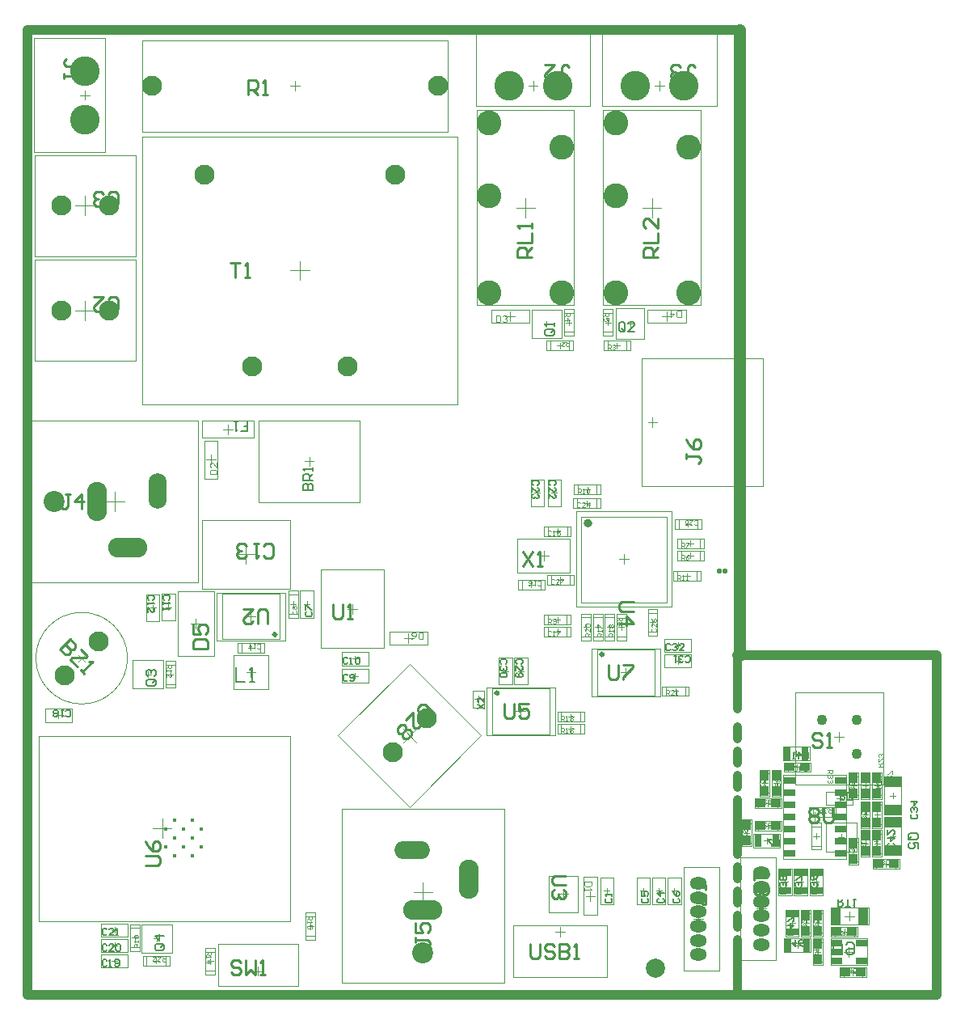
<source format=gbs>
G04*
G04 #@! TF.GenerationSoftware,Altium Limited,Altium Designer,22.7.1 (60)*
G04*
G04 Layer_Color=16711935*
%FSLAX25Y25*%
%MOIN*%
G70*
G04*
G04 #@! TF.SameCoordinates,8F3D338C-3F21-4459-BB37-C929D6ECBF1C*
G04*
G04*
G04 #@! TF.FilePolarity,Negative*
G04*
G01*
G75*
%ADD10C,0.00787*%
%ADD11C,0.01968*%
%ADD14C,0.00394*%
%ADD16C,0.01575*%
%ADD17C,0.00591*%
%ADD18C,0.01000*%
%ADD20C,0.00866*%
%ADD21C,0.04000*%
%ADD22C,0.03500*%
%ADD23C,0.05000*%
%ADD27R,0.04194X0.03494*%
%ADD28R,0.03150X0.05512*%
%ADD33R,0.05512X0.03150*%
%ADD36R,0.03494X0.04194*%
%ADD58O,0.07087X0.05118*%
%ADD59C,0.04331*%
%ADD60C,0.01575*%
%ADD61C,0.12205*%
%ADD62C,0.08661*%
%ADD63O,0.14567X0.07480*%
%ADD64O,0.16142X0.08268*%
%ADD65O,0.08268X0.16142*%
%ADD66C,0.08268*%
%ADD67C,0.10236*%
%ADD68O,0.07480X0.14567*%
%ADD69C,0.00394*%
%ADD70C,0.02165*%
%ADD122C,0.07874*%
%ADD166R,0.05039X0.02677*%
%ADD167R,0.06693X0.03937*%
%ADD168R,0.03937X0.06693*%
%ADD169R,0.04724X0.02756*%
D10*
X113682Y205494D02*
X117618D01*
Y207462D01*
X116962Y208118D01*
X116306D01*
X115650Y207462D01*
Y205494D01*
Y207462D01*
X114994Y208118D01*
X114338D01*
X113682Y207462D01*
Y205494D01*
X117618Y209430D02*
X113682D01*
Y211398D01*
X114338Y212054D01*
X115650D01*
X116306Y211398D01*
Y209430D01*
Y210742D02*
X117618Y212054D01*
Y213366D02*
Y214677D01*
Y214021D01*
X113682D01*
X114338Y213366D01*
X87829Y229708D02*
X90453D01*
Y231676D01*
X89141D01*
X90453D01*
Y233644D01*
X86517D02*
X85205D01*
X85861D01*
Y229708D01*
X86517Y230364D01*
X85720Y132485D02*
Y126582D01*
X89655D01*
X91623D02*
X93591D01*
X92607D01*
Y132485D01*
X91623Y131501D01*
X52134Y127434D02*
X49510D01*
X48855Y126778D01*
Y125466D01*
X49510Y124810D01*
X52134D01*
X52790Y125466D01*
Y126778D01*
X51478Y126122D02*
X52790Y127434D01*
Y126778D02*
X52134Y127434D01*
X49510Y128746D02*
X48855Y129402D01*
Y130714D01*
X49510Y131370D01*
X50166D01*
X50822Y130714D01*
Y130058D01*
Y130714D01*
X51478Y131370D01*
X52134D01*
X52790Y130714D01*
Y129402D01*
X52134Y128746D01*
X246325Y271504D02*
Y274128D01*
X245669Y274784D01*
X244357D01*
X243701Y274128D01*
Y271504D01*
X244357Y270848D01*
X245669D01*
X245013Y272160D02*
X246325Y270848D01*
X245669D02*
X246325Y271504D01*
X250260Y270848D02*
X247637D01*
X250260Y273472D01*
Y274128D01*
X249605Y274784D01*
X248293D01*
X247637Y274128D01*
X216490Y271897D02*
X213866D01*
X213210Y271241D01*
Y269930D01*
X213866Y269274D01*
X216490D01*
X217146Y269930D01*
Y271241D01*
X215834Y270585D02*
X217146Y271897D01*
Y271241D02*
X216490Y271897D01*
X217146Y273209D02*
Y274521D01*
Y273865D01*
X213210D01*
X213866Y273209D01*
X55643Y18542D02*
X53019D01*
X52364Y17886D01*
Y16574D01*
X53019Y15918D01*
X55643D01*
X56299Y16574D01*
Y17886D01*
X54987Y17230D02*
X56299Y18542D01*
Y17886D02*
X55643Y18542D01*
X56299Y21822D02*
X52364D01*
X54331Y19854D01*
Y22478D01*
X363943Y61589D02*
X366567D01*
X367223Y62245D01*
Y63557D01*
X366567Y64213D01*
X363943D01*
X363287Y63557D01*
Y62245D01*
X364599Y62901D02*
X363287Y61589D01*
Y62245D02*
X363943Y61589D01*
X367223Y57653D02*
Y60277D01*
X365255D01*
X365911Y58965D01*
Y58309D01*
X365255Y57653D01*
X363943D01*
X363287Y58309D01*
Y59621D01*
X363943Y60277D01*
X332283Y13969D02*
Y18233D01*
X333136Y19085D01*
X334842D01*
X335694Y18233D01*
Y13969D01*
X337400Y18233D02*
X338253Y19085D01*
X339958D01*
X340811Y18233D01*
Y14821D01*
X339958Y13969D01*
X338253D01*
X337400Y14821D01*
Y15674D01*
X338253Y16527D01*
X340811D01*
D11*
X231791Y191831D02*
G03*
X231791Y191831I-787J0D01*
G01*
D14*
X263198Y124606D02*
X271072D01*
X263198Y120669D02*
X271072D01*
Y124606D01*
X263198Y120669D02*
Y124606D01*
X219963Y113969D02*
X227837D01*
X219963Y110032D02*
X227837D01*
Y113969D01*
X219963Y110032D02*
Y113969D01*
Y108968D02*
X227837D01*
X219963Y105031D02*
X227837D01*
Y108968D01*
X219963Y105031D02*
Y108968D01*
X215739Y170468D02*
X223613D01*
X215739Y166531D02*
X223613D01*
Y170468D01*
X215739Y166531D02*
Y170468D01*
X269390Y181535D02*
Y185473D01*
X277264Y181535D02*
Y185473D01*
X269390Y181535D02*
X277264D01*
X269390Y185473D02*
X277264D01*
X269390Y176535D02*
Y180472D01*
X277264Y176535D02*
Y180472D01*
X269390Y176535D02*
X277264D01*
X269390Y180472D02*
X277264D01*
X80208Y143978D02*
Y162876D01*
X103830Y143978D02*
Y162876D01*
X80208D02*
X103830D01*
X80208Y143978D02*
X103830D01*
X107457Y154501D02*
X111394D01*
X107457Y162375D02*
X111394D01*
Y154501D02*
Y162375D01*
X107457Y154501D02*
Y162375D01*
X95956Y138500D02*
Y142437D01*
X88082Y138500D02*
Y142437D01*
X95956D01*
X88082Y138500D02*
X95956D01*
X56845Y133472D02*
X60782D01*
X56845Y125598D02*
X60782D01*
X56845D02*
Y133472D01*
X60782Y125598D02*
Y133472D01*
X215131Y104921D02*
Y123819D01*
X191509Y104921D02*
Y123819D01*
Y104921D02*
X215131D01*
X191509Y123819D02*
X215131D01*
X226763Y207668D02*
X234637D01*
X226763Y203731D02*
X234637D01*
Y207668D01*
X226763Y203731D02*
Y207668D01*
X226574Y198031D02*
Y201969D01*
X234448Y198031D02*
Y201969D01*
X226574Y198031D02*
X234448D01*
X226574Y201969D02*
X234448D01*
X263686Y159162D02*
Y194604D01*
X228241Y159162D02*
Y194604D01*
Y159162D02*
X263686D01*
X228241Y194604D02*
X263686D01*
X214563Y186538D02*
Y190474D01*
X222437Y186538D02*
Y190474D01*
X214563Y186538D02*
X222437D01*
X214563Y190474D02*
X222437D01*
X203713Y164526D02*
X211587D01*
X203713Y168463D02*
X211587D01*
X203713Y164526D02*
Y168463D01*
X211587Y164526D02*
Y168463D01*
X214476Y153987D02*
X222350D01*
X214476Y150050D02*
X222350D01*
Y153987D01*
X214476Y150050D02*
Y153987D01*
Y145219D02*
Y149155D01*
X222350Y145219D02*
Y149155D01*
X214476Y145219D02*
X222350D01*
X214476Y149155D02*
X222350D01*
X237983Y145079D02*
Y152953D01*
X241920Y145079D02*
Y152953D01*
X237983D02*
X241920D01*
X237983Y145079D02*
X241920D01*
X233152D02*
Y152953D01*
X237089Y145079D02*
Y152953D01*
X233152D02*
X237089D01*
X233152Y145079D02*
X237089D01*
X228320D02*
Y152953D01*
X232257Y145079D02*
Y152953D01*
X228320D02*
X232257D01*
X228320Y145079D02*
X232257D01*
X246752Y145063D02*
Y152937D01*
X242815Y145063D02*
Y152937D01*
Y145063D02*
X246752D01*
X242815Y152937D02*
X246752D01*
X258366Y120857D02*
Y139755D01*
X234744Y120857D02*
Y139755D01*
Y120857D02*
X258366D01*
X234744Y139755D02*
X258366D01*
X255709Y147038D02*
X259646D01*
X255709Y154912D02*
X259646D01*
Y147038D02*
Y154912D01*
X255709Y147038D02*
Y154912D01*
X267922Y172047D02*
X275796D01*
X267922Y168110D02*
X275796D01*
Y172047D01*
X267922Y168110D02*
Y172047D01*
X276287Y189532D02*
Y193469D01*
X268413Y189532D02*
Y193469D01*
X276287D01*
X268413Y189532D02*
X276287D01*
X239063Y263064D02*
Y267001D01*
X246937Y263064D02*
Y267001D01*
X239063Y263064D02*
X246937D01*
X239063Y267001D02*
X246937D01*
X237294Y278526D02*
X241231D01*
X237294Y270652D02*
X241231D01*
X237294D02*
Y278526D01*
X241231Y270652D02*
Y278526D01*
X221190D02*
X225127D01*
X221190Y270652D02*
X225127D01*
X221190D02*
Y278526D01*
X225127Y270652D02*
Y278526D01*
X223326Y263064D02*
Y267001D01*
X215452Y263064D02*
Y267001D01*
X223326D01*
X215452Y263064D02*
X223326D01*
X42135Y17126D02*
Y25000D01*
X46072Y17126D02*
Y25000D01*
X42135D02*
X46072D01*
X42135Y17126D02*
X46072D01*
X49016Y9512D02*
X56890D01*
X49016Y13449D02*
X56890D01*
X49016Y9512D02*
Y13449D01*
X56890Y9512D02*
Y13449D01*
X77165Y7382D02*
Y15256D01*
X73228Y7382D02*
Y15256D01*
Y7382D02*
X77165D01*
X73228Y15256D02*
X77165D01*
X118602Y21850D02*
Y29724D01*
X114665Y21850D02*
Y29724D01*
Y21850D02*
X118602D01*
X114665Y29724D02*
X118602D01*
X323232Y66737D02*
X327168D01*
X323232Y58863D02*
X327168D01*
X323232D02*
Y66737D01*
X327168Y58863D02*
Y66737D01*
X323713Y70912D02*
X331587D01*
X323713Y74849D02*
X331587D01*
X323713Y70912D02*
Y74849D01*
X331587Y70912D02*
Y74849D01*
X298416Y60263D02*
Y68137D01*
X294479Y60263D02*
Y68137D01*
X298416D01*
X294479Y60263D02*
X298416D01*
X301271Y65032D02*
Y68969D01*
X309145Y65032D02*
Y68969D01*
X301271D02*
X309145D01*
X301271Y65032D02*
X309145D01*
X301271Y74401D02*
Y78338D01*
X309145Y74401D02*
Y78338D01*
X301271D02*
X309145D01*
X301271Y74401D02*
X309145D01*
X301894Y80808D02*
X305831D01*
X301894Y88682D02*
X305831D01*
X301894Y80808D02*
Y88682D01*
X305831Y80808D02*
Y88682D01*
X306726Y80808D02*
Y88682D01*
X310663Y80808D02*
Y88682D01*
X306726Y80808D02*
X310663D01*
X306726Y88682D02*
X310663D01*
X313386Y93274D02*
X321260D01*
X313386Y89337D02*
X321260D01*
X313386D02*
Y93274D01*
X321260Y89337D02*
Y93274D01*
X352264Y55879D02*
Y63753D01*
X348327Y55879D02*
Y63753D01*
X352264D01*
X348327Y55879D02*
X352264D01*
X347343Y67797D02*
Y75671D01*
X343406Y67797D02*
Y75671D01*
X347343D01*
X343406Y67797D02*
X347343D01*
X348237D02*
X352174D01*
X348237Y75671D02*
X352174D01*
X348237Y67797D02*
Y75671D01*
X352174Y67797D02*
Y75671D01*
X342487Y79716D02*
Y87590D01*
X338550Y79716D02*
Y87590D01*
X342487D01*
X338550Y79716D02*
X342487D01*
X343406D02*
X347343D01*
X343406Y87590D02*
X347343D01*
X343406Y79716D02*
Y87590D01*
X347343Y79716D02*
Y87590D01*
X348237Y87598D02*
X352174D01*
X348237Y79724D02*
X352174D01*
Y87598D01*
X348237Y79724D02*
Y87598D01*
X342511Y52560D02*
Y60434D01*
X338574Y52560D02*
Y60434D01*
X342511D01*
X338574Y52560D02*
X342511D01*
X343406Y55879D02*
X347343D01*
X343406Y63753D02*
X347343D01*
X343406Y55879D02*
Y63753D01*
X347343Y55879D02*
Y63753D01*
X350000Y49472D02*
Y53409D01*
X357874Y49472D02*
Y53409D01*
X350000D02*
X357874D01*
X350000Y49472D02*
X357874D01*
X318907Y23130D02*
X322844D01*
X318907Y31004D02*
X322844D01*
X318907Y23130D02*
Y31004D01*
X322844Y23130D02*
Y31004D01*
X323926Y23130D02*
X327863D01*
X323926Y31004D02*
X327863D01*
X323926Y23130D02*
Y31004D01*
X327863Y23130D02*
Y31004D01*
X323828Y11211D02*
X327765D01*
X323828Y19085D02*
X327765D01*
X323828Y11211D02*
Y19085D01*
X327765Y11211D02*
Y19085D01*
X340748Y21555D02*
Y25492D01*
X332874Y21555D02*
Y25492D01*
Y21555D02*
X340748D01*
X332874Y25492D02*
X340748D01*
X336417Y4748D02*
X344291D01*
X336417Y8685D02*
X344291D01*
Y4748D02*
Y8685D01*
X336417Y4748D02*
Y8685D01*
X41106Y136203D02*
G03*
X41106Y136203I-18898J0D01*
G01*
X316535Y84153D02*
Y121949D01*
Y84153D02*
X352756D01*
Y121949D01*
X316535D02*
X352756D01*
X332677Y103839D02*
X336614D01*
X334646Y101870D02*
Y105807D01*
X108150Y27836D02*
Y104215D01*
X4606D02*
X108150D01*
X4606Y27836D02*
X108150D01*
X4606D02*
Y104215D01*
X51457Y66026D02*
X59331D01*
X55394Y62089D02*
Y69963D01*
X236811Y363780D02*
X284055D01*
X236811D02*
Y393307D01*
X284055D01*
Y363780D02*
Y393307D01*
X258465Y372047D02*
X262402D01*
X260433Y370079D02*
Y374016D01*
X184744Y363780D02*
X231988D01*
X184744D02*
Y393307D01*
X231988D01*
Y363780D02*
Y393307D01*
X206398Y372047D02*
X210335D01*
X208366Y370079D02*
Y374016D01*
X261623Y124606D02*
X272647D01*
Y120669D02*
Y124606D01*
X261623Y120669D02*
X272647D01*
X261623D02*
Y124606D01*
X267135Y121457D02*
Y123819D01*
X265954Y122638D02*
X268316D01*
X268135Y140319D02*
Y142681D01*
X266954Y141500D02*
X269316D01*
X262623Y144256D02*
X273647D01*
Y138744D02*
Y144256D01*
X262623Y138744D02*
X273647D01*
X262623D02*
Y144256D01*
X268135Y133912D02*
Y136275D01*
X266954Y135093D02*
X269316D01*
X262623Y132338D02*
X273647D01*
X262623D02*
Y137849D01*
X273647D01*
Y132338D02*
Y137849D01*
X218388Y113969D02*
X229412D01*
Y110032D02*
Y113969D01*
X218388Y110032D02*
X229412D01*
X218388D02*
Y113969D01*
X223900Y110819D02*
Y113181D01*
X222719Y112000D02*
X225081D01*
X218388Y108968D02*
X229412D01*
Y105031D02*
Y108968D01*
X218388Y105031D02*
X229412D01*
X218388D02*
Y108968D01*
X223900Y105819D02*
Y108181D01*
X222719Y107000D02*
X225081D01*
X270571Y50000D02*
X285138D01*
X270571Y7480D02*
Y50000D01*
Y7480D02*
X285138D01*
Y50000D01*
X276476Y26772D02*
Y30709D01*
X274508Y28740D02*
X278445D01*
X159055Y39764D02*
X166929D01*
X162992Y35827D02*
Y43701D01*
X129528Y2362D02*
Y16142D01*
Y2362D02*
X196457D01*
Y74016D01*
X129528D02*
X196457D01*
X129528Y16142D02*
Y74016D01*
X212900Y176532D02*
X212900Y180468D01*
X210931Y178500D02*
X214868Y178500D01*
X201876Y171414D02*
Y185587D01*
Y171414D02*
X223530D01*
Y185587D01*
X201876D02*
X223530D01*
X218495Y168500D02*
X220857D01*
X219676Y167319D02*
Y169681D01*
X214164Y166531D02*
Y170468D01*
Y166531D02*
X225188D01*
Y170468D01*
X214164D02*
X225188D01*
X129488Y133244D02*
Y138756D01*
Y133244D02*
X140512D01*
Y138756D01*
X129488D02*
X140512D01*
X133819Y136000D02*
X136181D01*
X135000Y134819D02*
Y137181D01*
X129488Y126157D02*
Y131669D01*
Y126157D02*
X140512D01*
Y131669D01*
X129488D02*
X140512D01*
X133819Y128913D02*
X136181D01*
X135000Y127732D02*
Y130095D01*
X20817Y134811D02*
X23600Y137595D01*
X20817Y137595D02*
X23600Y134811D01*
X272146Y183504D02*
X274508D01*
X273327Y182323D02*
Y184685D01*
X267815Y181535D02*
Y185473D01*
Y181535D02*
X278839D01*
Y185473D01*
X267815D02*
X278839D01*
X272146Y178504D02*
X274508D01*
X273327Y177323D02*
Y179685D01*
X267815Y176535D02*
Y180472D01*
Y176535D02*
X278839D01*
Y180472D01*
X267815D02*
X278839D01*
X95177Y200376D02*
Y234234D01*
X136909D01*
Y200376D02*
Y234234D01*
X95177Y200376D02*
X136909D01*
X116043Y215336D02*
Y219273D01*
X114075Y217305D02*
X118012D01*
X82579Y228526D02*
Y232463D01*
X80610Y230494D02*
X84547D01*
X87697Y226951D02*
X93209D01*
Y234037D01*
X71949D02*
X93209D01*
X71949Y226951D02*
Y234037D01*
Y226951D02*
X87697D01*
X72835Y216437D02*
Y225886D01*
X78346D01*
Y210138D02*
Y225886D01*
X72835Y210138D02*
X78346D01*
X72835D02*
Y216437D01*
X75591Y216043D02*
Y219980D01*
X73622Y218012D02*
X77559D01*
X61793Y137106D02*
Y163878D01*
Y137106D02*
X76754D01*
Y163878D01*
X61793D02*
X76754D01*
X69274Y148524D02*
Y152461D01*
X67305Y150492D02*
X71242D01*
X56765Y157194D02*
X59127D01*
X57946Y156013D02*
Y158375D01*
X60702Y151682D02*
Y162706D01*
X55190Y151682D02*
X60702D01*
X55190D02*
Y162706D01*
X60702D01*
X50358Y157087D02*
X52720D01*
X51539Y155905D02*
Y158268D01*
X54295Y151575D02*
Y162598D01*
X48783Y151575D02*
X54295D01*
X48783D02*
Y162598D01*
X54295D01*
X84932Y137605D02*
X99105D01*
Y123432D02*
Y137605D01*
X84932Y123432D02*
X99105D01*
X84932D02*
Y137605D01*
X92019Y128550D02*
Y132487D01*
X90050Y130519D02*
X93987D01*
X86015Y179018D02*
X93889D01*
X89952Y175081D02*
Y182955D01*
X108062Y164845D02*
Y193191D01*
X71842D02*
X108062D01*
X71842Y164845D02*
Y193191D01*
Y164845D02*
X108062D01*
X90050Y153427D02*
X93987D01*
X92019Y151459D02*
Y155396D01*
X77845Y143585D02*
X106192D01*
Y152640D01*
Y163270D01*
X77845D02*
X106192D01*
X77845Y143585D02*
Y163270D01*
X149126Y141744D02*
X158575D01*
X149126D02*
Y147256D01*
X164874D01*
Y141744D02*
Y147256D01*
X158575Y141744D02*
X164874D01*
X155031Y144500D02*
X158968D01*
X157000Y142532D02*
Y146468D01*
X120973Y140426D02*
Y172710D01*
Y140426D02*
X146958D01*
Y172710D01*
X120973D02*
X146958D01*
X131997Y156568D02*
X135934D01*
X133966Y154599D02*
Y158536D01*
X113919Y158438D02*
X116281D01*
X115100Y157257D02*
Y159619D01*
X112345Y152926D02*
Y163950D01*
X117856D01*
Y152926D02*
Y163950D01*
X112345Y152926D02*
X117856D01*
X107457D02*
Y163950D01*
X111394D01*
Y152926D02*
Y163950D01*
X107457Y152926D02*
X111394D01*
X108244Y158438D02*
X110606D01*
X109425Y157257D02*
Y159619D01*
X86507Y138500D02*
X97531D01*
X86507D02*
Y142437D01*
X97531D01*
Y138500D02*
Y142437D01*
X92019Y139287D02*
Y141649D01*
X90838Y140469D02*
X93200D01*
X58814Y128354D02*
Y130716D01*
X57633Y129535D02*
X59995D01*
X56845Y135046D02*
X60782D01*
X56845Y124023D02*
Y135046D01*
Y124023D02*
X60782D01*
Y135046D01*
X43341Y123629D02*
Y135440D01*
X55940D01*
Y123629D02*
Y135440D01*
X43341Y123629D02*
X55940D01*
X49641Y128354D02*
Y130716D01*
X48460Y129535D02*
X50822D01*
X18110Y109914D02*
Y115426D01*
X7087D02*
X18110D01*
X7087Y109914D02*
Y115426D01*
Y109914D02*
X18110D01*
X11417Y112670D02*
X13780D01*
X12598Y111489D02*
Y113851D01*
X154696Y107115D02*
X160264Y101547D01*
X154696D02*
X160264Y107115D01*
X157480Y74822D02*
X186989Y104331D01*
X127971D02*
X157480Y74822D01*
X127971Y104331D02*
X157480Y133840D01*
X186989Y104331D01*
X183537Y115748D02*
X188261D01*
Y122835D01*
X183537D02*
X188261D01*
X183537Y115748D02*
Y122835D01*
X185899Y117717D02*
Y120866D01*
X184324Y119291D02*
X187474D01*
X201352Y114370D02*
X205289D01*
X203320Y112401D02*
Y116339D01*
X189147Y124213D02*
X217493D01*
X189147Y115157D02*
Y124213D01*
Y104527D02*
Y115157D01*
Y104527D02*
X217493D01*
Y124213D01*
X202264Y130816D02*
X204626D01*
X203445Y129635D02*
Y131997D01*
X206201Y125304D02*
Y136328D01*
X200689Y125304D02*
X206201D01*
X200689D02*
Y136328D01*
X206201D01*
X195857Y130816D02*
X198219D01*
X197038Y129635D02*
Y131997D01*
X199794Y125304D02*
Y136328D01*
X194282Y125304D02*
X199794D01*
X194282D02*
Y136328D01*
X199794D01*
X225188Y207668D02*
X236212D01*
Y203731D02*
Y207668D01*
X225188Y203731D02*
X236212D01*
X225188D02*
Y207668D01*
X230700Y204519D02*
Y206881D01*
X229519Y205700D02*
X231881D01*
X225000Y201969D02*
X236023D01*
Y198031D02*
Y201969D01*
X225000Y198031D02*
X236023D01*
X225000D02*
Y201969D01*
X230511Y198819D02*
Y201181D01*
X229330Y200000D02*
X231693D01*
X226083Y196752D02*
X265453D01*
X226083Y157382D02*
Y196752D01*
Y157382D02*
X265453D01*
Y196752D01*
X243799Y177067D02*
X247736D01*
X245768Y175098D02*
Y179035D01*
X215944Y204429D02*
X218306D01*
X217125Y203248D02*
Y205610D01*
X219881Y198917D02*
Y209941D01*
X214369Y198917D02*
X219881D01*
X214369D02*
Y209941D01*
X219881D01*
X208957Y204429D02*
X211319D01*
X210138Y203248D02*
Y205610D01*
X212894Y198917D02*
Y209941D01*
X207382Y198917D02*
X212894D01*
X207382D02*
Y209941D01*
X212894D01*
X212988Y190474D02*
X224012D01*
Y186538D02*
Y190474D01*
X212988Y186538D02*
X224012D01*
X212988D02*
Y190474D01*
X218500Y187325D02*
Y189687D01*
X217319Y188506D02*
X219681D01*
X206469Y166494D02*
X208831D01*
X207650Y165313D02*
Y167675D01*
X213162Y164526D02*
Y168463D01*
X202138D02*
X213162D01*
X202138Y164526D02*
Y168463D01*
Y164526D02*
X213162D01*
X212901Y153987D02*
X223925D01*
Y150050D02*
Y153987D01*
X212901Y150050D02*
X223925D01*
X212901D02*
Y153987D01*
X218413Y150838D02*
Y153200D01*
X217232Y152019D02*
X219595D01*
X212901Y149155D02*
X223925D01*
Y145219D02*
Y149155D01*
X212901Y145219D02*
X223925D01*
X212901D02*
Y149155D01*
X218413Y146006D02*
Y148368D01*
X217232Y147187D02*
X219595D01*
X237983Y143504D02*
Y154528D01*
X241920D01*
Y143504D02*
Y154528D01*
X237983Y143504D02*
X241920D01*
X238771Y149016D02*
X241133D01*
X239952Y147835D02*
Y150197D01*
X233152Y143504D02*
Y154528D01*
X237089D01*
Y143504D02*
Y154528D01*
X233152Y143504D02*
X237089D01*
X233939Y149016D02*
X236301D01*
X235120Y147835D02*
Y150197D01*
X228320Y143504D02*
Y154528D01*
X232257D01*
Y143504D02*
Y154528D01*
X228320Y143504D02*
X232257D01*
X229107Y149016D02*
X231469D01*
X230288Y147835D02*
Y150197D01*
X246752Y143488D02*
Y154512D01*
X242815Y143488D02*
X246752D01*
X242815D02*
Y154512D01*
X246752D01*
X243602Y149000D02*
X245965D01*
X244783Y147819D02*
Y150181D01*
X244587Y130306D02*
X248524D01*
X246555Y128338D02*
Y132275D01*
X232382Y140149D02*
X260728D01*
X232382Y131094D02*
Y140149D01*
Y120464D02*
Y131094D01*
Y120464D02*
X260728D01*
Y140149D01*
X255709Y145464D02*
Y156487D01*
X259646D01*
Y145464D02*
Y156487D01*
X255709Y145464D02*
X259646D01*
X256496Y150975D02*
X258858D01*
X257677Y149794D02*
Y152156D01*
X266347Y172047D02*
X277371D01*
Y168110D02*
Y172047D01*
X266347Y168110D02*
X277371D01*
X266347D02*
Y172047D01*
X271859Y168898D02*
Y171260D01*
X270678Y170079D02*
X273040D01*
X266838Y189532D02*
X277862D01*
X266838D02*
Y193469D01*
X277862D01*
Y189532D02*
Y193469D01*
X272350Y190319D02*
Y192681D01*
X271169Y191500D02*
X273531D01*
X242520Y280297D02*
X254331D01*
Y267699D02*
Y280297D01*
X242520Y267699D02*
X254331D01*
X242520D02*
Y280297D01*
X247244Y273998D02*
X249606D01*
X248425Y272817D02*
Y275179D01*
X253346Y211023D02*
Y259842D01*
X303346D01*
Y207086D02*
Y259842D01*
X253346Y207086D02*
X303346D01*
X253346D02*
Y211023D01*
X257677Y231496D02*
Y235433D01*
X255709Y233465D02*
X259646D01*
X241819Y265033D02*
X244181D01*
X243000Y263851D02*
Y266213D01*
X237488Y263064D02*
Y267001D01*
Y263064D02*
X248512D01*
Y267001D01*
X237488D02*
X248512D01*
X239263Y273407D02*
Y275769D01*
X238082Y274588D02*
X240444D01*
X237294Y280100D02*
X241231D01*
X237294Y269077D02*
Y280100D01*
Y269077D02*
X241231D01*
Y280100D01*
X263493Y275179D02*
Y279116D01*
X261525Y277148D02*
X265462D01*
X265068Y274392D02*
X271367D01*
Y279904D01*
X255619D02*
X271367D01*
X255619Y274392D02*
Y279904D01*
Y274392D02*
X265068D01*
X237264Y281723D02*
Y362038D01*
X277421D01*
Y281723D02*
Y362038D01*
X237264Y281723D02*
X277421D01*
X257382Y317905D02*
Y325779D01*
X253445Y321842D02*
X261319D01*
X185197Y281723D02*
Y362038D01*
X225354D01*
Y281723D02*
Y362038D01*
X185197Y281723D02*
X225354D01*
X205315Y317905D02*
Y325779D01*
X201378Y321842D02*
X209252D01*
X223158Y273408D02*
Y275770D01*
X221977Y274588D02*
X224340D01*
X221190Y280100D02*
X225127D01*
X221190Y269077D02*
Y280100D01*
Y269077D02*
X225127D01*
Y280100D01*
X218208Y265032D02*
X220570D01*
X219389Y263851D02*
Y266213D01*
X224901Y263064D02*
Y267001D01*
X213878D02*
X224901D01*
X213878Y263064D02*
Y267001D01*
Y263064D02*
X224901D01*
X207697Y268092D02*
Y279904D01*
X220295D01*
Y268092D02*
Y279904D01*
X207697Y268092D02*
X220295D01*
X213996Y272817D02*
Y275179D01*
X212815Y273998D02*
X215177D01*
X198928Y275179D02*
Y279116D01*
X196960Y277148D02*
X200897D01*
X191054Y279904D02*
X197353D01*
X191054Y274392D02*
Y279904D01*
Y274392D02*
X206802D01*
Y279904D01*
X197353D02*
X206802D01*
X112205Y292019D02*
Y299893D01*
X108268Y295956D02*
X116142D01*
X47244Y351074D02*
X177165D01*
Y240838D02*
Y351074D01*
X47244Y240838D02*
X177165D01*
X47244D02*
Y351074D01*
X110236Y370079D02*
Y374016D01*
X108268Y372047D02*
X112205D01*
X47244Y390945D02*
X67717D01*
X47244Y353150D02*
Y390945D01*
Y353150D02*
X173228D01*
Y390945D01*
X67717D02*
X173228D01*
X31890Y344646D02*
Y391890D01*
X2362Y344646D02*
X31890D01*
X2362D02*
Y391890D01*
X31890D01*
X23622Y366299D02*
Y370236D01*
X21654Y368268D02*
X25591D01*
X23622Y318751D02*
Y326625D01*
X19685Y322688D02*
X27559D01*
X2756Y301822D02*
X44488D01*
X2756D02*
Y343554D01*
X44488D01*
Y301822D02*
Y343554D01*
X23622Y275590D02*
Y283465D01*
X19685Y279528D02*
X27559D01*
X2756Y258661D02*
X44488D01*
X2756D02*
Y300394D01*
X44488D01*
Y258661D02*
Y300394D01*
X12357Y234234D02*
X70231D01*
Y167305D02*
Y234234D01*
X-1422Y167305D02*
X70231D01*
X-1422D02*
Y234234D01*
X12357D01*
X32042Y200770D02*
X39916D01*
X35979Y196833D02*
Y204707D01*
X35728Y23005D02*
Y25367D01*
X34547Y24186D02*
X36909D01*
X30217Y26942D02*
X41240D01*
Y21430D02*
Y26942D01*
X30217Y21430D02*
X41240D01*
X30217D02*
Y26942D01*
X35728Y16598D02*
Y18961D01*
X34547Y17779D02*
X36909D01*
X30217Y20535D02*
X41240D01*
Y15024D02*
Y20535D01*
X30217Y15024D02*
X41240D01*
X30217D02*
Y20535D01*
Y8617D02*
Y14129D01*
Y8617D02*
X41240D01*
Y14129D01*
X30217D02*
X41240D01*
X34547Y11373D02*
X36909D01*
X35728Y10192D02*
Y12554D01*
X42135Y15551D02*
Y26575D01*
X46072D01*
Y15551D02*
Y26575D01*
X42135Y15551D02*
X46072D01*
X42922Y21063D02*
X45284D01*
X44103Y19882D02*
Y22244D01*
X51969Y20643D02*
X54331D01*
X53150Y19462D02*
Y21824D01*
X46850Y14737D02*
X59449D01*
Y26548D01*
X46850D02*
X59449D01*
X46850Y14737D02*
Y26548D01*
X47441Y9512D02*
X58465D01*
X47441D02*
Y13449D01*
X58465D01*
Y9512D02*
Y13449D01*
X52953Y10299D02*
Y12661D01*
X51772Y11480D02*
X54134D01*
X77165Y5807D02*
Y16831D01*
X73228Y5807D02*
X77165D01*
X73228D02*
Y16831D01*
X77165D01*
X74016Y11319D02*
X76378D01*
X75197Y10138D02*
Y12500D01*
X94775Y5413D02*
Y8957D01*
X93003Y7185D02*
X96546D01*
X78436Y1280D02*
Y18406D01*
Y1280D02*
X111507D01*
Y18406D01*
X78436D02*
X111507D01*
X118602Y20275D02*
Y31299D01*
X114665Y20275D02*
X118602D01*
X114665D02*
Y31299D01*
X118602D01*
X115453Y25787D02*
X117815D01*
X116634Y24606D02*
Y26968D01*
X218799Y26083D02*
X238878D01*
Y4823D02*
Y26083D01*
X200295Y4823D02*
X238878D01*
X200295D02*
Y26083D01*
X218799D01*
X217618Y23327D02*
X221555D01*
X219587Y21358D02*
Y25295D01*
X218898Y38976D02*
X222835D01*
X220866Y37008D02*
Y40945D01*
X214961Y46457D02*
X226772D01*
X214961Y31496D02*
Y46457D01*
Y31496D02*
X226772D01*
Y46457D01*
X234753Y30315D02*
Y39764D01*
X229241Y30315D02*
X234753D01*
X229241D02*
Y46063D01*
X234753D01*
Y39764D02*
Y46063D01*
X231997Y36220D02*
Y40157D01*
X230029Y38189D02*
X233966D01*
X237598Y40354D02*
X239961D01*
X238780Y39173D02*
Y41535D01*
X236024Y34843D02*
Y45866D01*
X241535D01*
Y34843D02*
Y45866D01*
X236024Y34843D02*
X241535D01*
X252631Y40354D02*
X254993D01*
X253812Y39173D02*
Y41536D01*
X251056Y34843D02*
Y45866D01*
X256568D01*
Y34843D02*
Y45866D01*
X251056Y34843D02*
X256568D01*
X259037Y40354D02*
X261400D01*
X260218Y39173D02*
Y41536D01*
X257463Y34843D02*
Y45866D01*
X262974D01*
Y34843D02*
Y45866D01*
X257463Y34843D02*
X262974D01*
X265444Y40354D02*
X267806D01*
X266625Y39173D02*
Y41536D01*
X263869Y34843D02*
Y45866D01*
X269381D01*
Y34843D02*
Y45866D01*
X263869Y34843D02*
X269381D01*
X325200Y61619D02*
Y63981D01*
X324019Y62800D02*
X326381D01*
X323232Y68312D02*
X327168D01*
X323232Y57288D02*
Y68312D01*
Y57288D02*
X327168D01*
Y68312D01*
X341754Y56595D02*
Y68406D01*
X329155Y56595D02*
X341754D01*
X329155D02*
Y68406D01*
X341754D01*
X335454Y61319D02*
Y63681D01*
X334273Y62500D02*
X336635D01*
X322138Y70912D02*
X333162D01*
X322138D02*
Y74849D01*
X333162D01*
Y70912D02*
Y74849D01*
X327650Y71700D02*
Y74062D01*
X326469Y72881D02*
X328831D01*
X334800Y77319D02*
Y79681D01*
X333619Y78500D02*
X335981D01*
X329288Y75744D02*
X340312D01*
X329288D02*
Y81256D01*
X340312D01*
Y75744D02*
Y81256D01*
X293799Y54232D02*
X308366D01*
Y11713D02*
Y54232D01*
X293799Y11713D02*
X308366D01*
X293799D02*
Y54232D01*
X302461Y31004D02*
Y34941D01*
X300492Y32972D02*
X304429D01*
X298416Y58688D02*
Y69712D01*
X294479D02*
X298416D01*
X294479Y58688D02*
Y69712D01*
Y58688D02*
X298416D01*
X295267Y64200D02*
X297629D01*
X296448Y63019D02*
Y65381D01*
X310335Y58244D02*
Y63756D01*
X299311Y58244D02*
X310335D01*
X299311D02*
Y63756D01*
X310335D01*
X303642Y61000D02*
X306004D01*
X304823Y59819D02*
Y62181D01*
X304027Y67000D02*
X306389D01*
X305208Y65819D02*
Y68181D01*
X299696Y65032D02*
Y68969D01*
X310719D01*
Y65032D02*
Y68969D01*
X299696Y65032D02*
X310719D01*
X304027Y76370D02*
X306389D01*
X305208Y75188D02*
Y77551D01*
X299696Y74401D02*
Y78338D01*
X310719D01*
Y74401D02*
Y78338D01*
X299696Y74401D02*
X310719D01*
X303863Y83563D02*
Y85926D01*
X302682Y84745D02*
X305044D01*
X301894Y79233D02*
X305831D01*
X301894D02*
Y90256D01*
X305831D01*
Y79233D02*
Y90256D01*
X308695Y83563D02*
Y85926D01*
X307514Y84745D02*
X309876D01*
X306726Y90256D02*
X310663D01*
Y79233D02*
Y90256D01*
X306726Y79233D02*
X310663D01*
X306726D02*
Y90256D01*
X316142Y91305D02*
X318504D01*
X317323Y90124D02*
Y92487D01*
X322835Y89337D02*
Y93274D01*
X311811Y89337D02*
X322835D01*
X311811D02*
Y93274D01*
X322835D01*
X337598Y53543D02*
Y88189D01*
X311614Y53543D02*
X337598D01*
X311614D02*
Y88189D01*
X337598D01*
X322638Y70866D02*
X326575D01*
X324606Y68898D02*
Y72835D01*
X322441Y94169D02*
Y99680D01*
X311417Y94169D02*
X322441D01*
X311417D02*
Y99680D01*
X322441D01*
X315748Y96925D02*
X318110D01*
X316929Y95743D02*
Y98106D01*
X350295Y58635D02*
Y60997D01*
X349114Y59816D02*
X351476D01*
X348327Y54304D02*
X352264D01*
X348327D02*
Y65328D01*
X352264D01*
Y54304D02*
Y65328D01*
X345374Y70553D02*
Y72915D01*
X344193Y71734D02*
X346555D01*
X343406Y66222D02*
X347343D01*
X343406D02*
Y77246D01*
X347343D01*
Y66222D02*
Y77246D01*
X350206Y70553D02*
Y72915D01*
X349025Y71734D02*
X351387D01*
X348237Y66222D02*
X352174D01*
X348237D02*
Y77246D01*
X352174D01*
Y66222D02*
Y77246D01*
X340518Y82471D02*
Y84834D01*
X339337Y83653D02*
X341699D01*
X338550Y78141D02*
X342487D01*
X338550D02*
Y89164D01*
X342487D01*
Y78141D02*
Y89164D01*
X345374Y82471D02*
Y84834D01*
X344193Y83653D02*
X346555D01*
X343406Y78141D02*
X347343D01*
X343406D02*
Y89164D01*
X347343D01*
Y78141D02*
Y89164D01*
X350206Y82480D02*
Y84843D01*
X349025Y83661D02*
X351387D01*
X348237Y89173D02*
X352174D01*
Y78149D02*
Y89173D01*
X348237Y78149D02*
X352174D01*
X348237D02*
Y89173D01*
X340542Y55315D02*
Y57678D01*
X339361Y56497D02*
X341723D01*
X338574Y50985D02*
X342511D01*
X338574D02*
Y62008D01*
X342511D01*
Y50985D02*
Y62008D01*
X345374Y58635D02*
Y60997D01*
X344193Y59816D02*
X346555D01*
X343406Y54304D02*
X347343D01*
X343406D02*
Y65328D01*
X347343D01*
Y54304D02*
Y65328D01*
X353171Y71662D02*
X360258D01*
X353171D02*
Y87411D01*
X360258D01*
Y71662D02*
Y87411D01*
X356714Y78355D02*
Y80718D01*
X355533Y79536D02*
X357895D01*
X353261Y55020D02*
X360347D01*
X353261D02*
Y70768D01*
X360347D01*
Y55020D02*
Y70768D01*
X356804Y61712D02*
Y64075D01*
X355623Y62894D02*
X357985D01*
X352756Y51441D02*
X355118D01*
X353937Y50260D02*
Y52622D01*
X348425Y49472D02*
Y53409D01*
X359448D01*
Y49472D02*
Y53409D01*
X348425Y49472D02*
X359448D01*
X309556Y38583D02*
X315068D01*
X309556D02*
Y49606D01*
X315068D01*
Y38583D02*
Y49606D01*
X312312Y42913D02*
Y45276D01*
X311131Y44094D02*
X313493D01*
X315963Y38583D02*
X321474D01*
X315963D02*
Y49606D01*
X321474D01*
Y38583D02*
Y49606D01*
X318719Y42913D02*
Y45276D01*
X317537Y44094D02*
X319900D01*
X322369Y38583D02*
X327881D01*
X322369D02*
Y49606D01*
X327881D01*
Y38583D02*
Y49606D01*
X325125Y42913D02*
Y45276D01*
X323944Y44094D02*
X326306D01*
X312500Y21555D02*
X318012D01*
X312500D02*
Y32579D01*
X318012D01*
Y21555D02*
Y32579D01*
X315256Y25886D02*
Y28248D01*
X314075Y27067D02*
X316437D01*
X320875Y25885D02*
Y28248D01*
X319694Y27067D02*
X322056D01*
X318907Y21555D02*
X322844D01*
X318907D02*
Y32578D01*
X322844D01*
Y21555D02*
Y32578D01*
X325895Y25885D02*
Y28248D01*
X324714Y27067D02*
X327076D01*
X323926Y21555D02*
X327863D01*
X323926D02*
Y32578D01*
X327863D01*
Y21555D02*
Y32578D01*
X311909Y15148D02*
Y20660D01*
X322933D01*
Y15148D02*
Y20660D01*
X311909Y15148D02*
X322933D01*
X316240Y17904D02*
X318602D01*
X317421Y16723D02*
Y19085D01*
X325796Y13967D02*
Y16329D01*
X324615Y15148D02*
X326977D01*
X323828Y9636D02*
X327765D01*
X323828D02*
Y20660D01*
X327765D01*
Y9636D02*
Y20660D01*
X335630Y23523D02*
X337992D01*
X336811Y22342D02*
Y24704D01*
X342323Y21555D02*
Y25492D01*
X331299Y21555D02*
X342323D01*
X331299D02*
Y25492D01*
X342323D01*
X331041Y26386D02*
Y33473D01*
X346789D01*
Y26386D02*
Y33473D01*
X331041Y26386D02*
X346789D01*
X336947Y29930D02*
X340884D01*
X338915Y27961D02*
Y31898D01*
X331102Y9636D02*
Y20660D01*
X346063D01*
Y9636D02*
Y20660D01*
X331102Y9636D02*
X346063D01*
X336614Y15148D02*
X340551D01*
X338583Y13180D02*
Y17117D01*
X339173Y6716D02*
X341535D01*
X340354Y5535D02*
Y7897D01*
X334843Y4748D02*
Y8685D01*
X345866D01*
Y4748D02*
Y8685D01*
X334843Y4748D02*
X345866D01*
X41106Y136203D02*
G03*
X41106Y136203I-18898J0D01*
G01*
X316535Y84153D02*
Y121949D01*
X352756Y84153D02*
Y121949D01*
X316535D02*
X352756D01*
X316535Y84153D02*
X352756D01*
X4606Y27836D02*
Y104215D01*
X108150D01*
Y27836D02*
Y104215D01*
X4606Y27836D02*
X108150D01*
X236811Y363780D02*
X284055D01*
X236811Y393307D02*
X284055D01*
X236811Y363780D02*
Y393307D01*
X284055Y363780D02*
Y393307D01*
X184744Y363780D02*
X231988D01*
X184744Y393307D02*
X231988D01*
X184744Y363780D02*
Y393307D01*
X231988Y363780D02*
Y393307D01*
X261623Y124606D02*
X272647D01*
Y120669D02*
Y124606D01*
X261623Y120669D02*
X272647D01*
X261623D02*
Y124606D01*
X262623Y138744D02*
X273647D01*
Y144256D01*
X262623D02*
X273647D01*
X262623Y138744D02*
Y144256D01*
Y137849D02*
X273647D01*
X262623Y132338D02*
Y137849D01*
Y132338D02*
X273647D01*
Y137849D01*
X218388Y113969D02*
X229412D01*
Y110032D02*
Y113969D01*
X218388Y110032D02*
X229412D01*
X218388D02*
Y113969D01*
Y108968D02*
X229412D01*
Y105031D02*
Y108968D01*
X218388Y105031D02*
X229412D01*
X218388D02*
Y108968D01*
X270571Y7480D02*
Y50000D01*
X285138Y7480D02*
Y50000D01*
X270571Y7480D02*
X285138D01*
X270571Y50000D02*
X285138D01*
X129528Y16142D02*
Y74016D01*
Y2362D02*
X196457D01*
X129528Y74016D02*
X196457D01*
Y2362D02*
Y74016D01*
X129528Y2362D02*
Y16142D01*
X201876Y185587D02*
X223530D01*
Y171414D02*
Y185587D01*
X201876Y171414D02*
Y185587D01*
Y171414D02*
X223530D01*
X214164Y166531D02*
Y170468D01*
Y166531D02*
X225188D01*
Y170468D01*
X214164D02*
X225188D01*
X129488Y133244D02*
Y138756D01*
X140512D01*
Y133244D02*
Y138756D01*
X129488Y133244D02*
X140512D01*
X129488Y126157D02*
Y131669D01*
X140512D01*
Y126157D02*
Y131669D01*
X129488Y126157D02*
X140512D01*
X267815Y181535D02*
Y185473D01*
Y181535D02*
X278839D01*
Y185473D01*
X267815D02*
X278839D01*
X267815Y176535D02*
Y180472D01*
Y176535D02*
X278839D01*
Y180472D01*
X267815D02*
X278839D01*
X136909Y200376D02*
Y234234D01*
X95177D02*
X136909D01*
X95177Y200376D02*
X136909D01*
X95177D02*
Y234234D01*
X71949Y226951D02*
Y234037D01*
X87697Y226951D02*
X93209D01*
Y234037D01*
X71949Y226951D02*
X87697D01*
X71949Y234037D02*
X93209D01*
X72835Y225886D02*
X78346D01*
X72835Y216437D02*
Y225886D01*
Y210138D02*
Y216437D01*
Y210138D02*
X78346D01*
Y225886D01*
X61793Y137106D02*
Y163878D01*
X76754Y137106D02*
Y163878D01*
X61793Y137106D02*
X76754D01*
X61793Y163878D02*
X76754D01*
X55190Y151682D02*
Y162706D01*
Y151682D02*
X60702D01*
Y162706D01*
X55190D02*
X60702D01*
X48783Y151575D02*
Y162598D01*
Y151575D02*
X54295D01*
Y162598D01*
X48783D02*
X54295D01*
X84932Y137605D02*
X99105D01*
Y123432D02*
Y137605D01*
X84932Y123432D02*
X99105D01*
X84932D02*
Y137605D01*
X108062Y164845D02*
Y193191D01*
X71842D02*
X108062D01*
X71842Y164845D02*
Y193191D01*
Y164845D02*
X108062D01*
X77845Y143585D02*
X106192D01*
Y152640D01*
X77845Y143585D02*
Y163270D01*
X106192D01*
Y152640D02*
Y163270D01*
X149126Y141744D02*
Y147256D01*
Y141744D02*
X158575D01*
X164874D01*
Y147256D01*
X149126D02*
X164874D01*
X120973Y140426D02*
X146958D01*
X120973Y172710D02*
X146958D01*
X120973Y140426D02*
Y172710D01*
X146958Y140426D02*
Y172710D01*
X117856Y152926D02*
Y163950D01*
X112345D02*
X117856D01*
X112345Y152926D02*
Y163950D01*
Y152926D02*
X117856D01*
X107457D02*
Y163950D01*
X111394D01*
Y152926D02*
Y163950D01*
X107457Y152926D02*
X111394D01*
X86507Y138500D02*
X97531D01*
X86507D02*
Y142437D01*
X97531D01*
Y138500D02*
Y142437D01*
X56845Y135046D02*
X60782D01*
X56845Y124023D02*
Y135046D01*
Y124023D02*
X60782D01*
Y135046D01*
X55940Y123629D02*
Y135440D01*
X43341D02*
X55940D01*
X43341Y123629D02*
Y135440D01*
Y123629D02*
X55940D01*
X18110Y109914D02*
Y115426D01*
X7087Y109914D02*
X18110D01*
X7087D02*
Y115426D01*
X18110D01*
X127971Y104331D02*
X157480Y74822D01*
Y133840D02*
X186989Y104331D01*
X127971D02*
X157480Y133840D01*
Y74822D02*
X186989Y104331D01*
X183537Y115748D02*
X188261D01*
X183537D02*
Y122835D01*
X188261Y115748D02*
Y122835D01*
X183537D02*
X188261D01*
X189147Y124213D02*
X217493D01*
X189147Y115157D02*
Y124213D01*
X217493Y104527D02*
Y124213D01*
X189147Y104527D02*
X217493D01*
X189147D02*
Y115157D01*
X200689Y125304D02*
Y136328D01*
Y125304D02*
X206201D01*
Y136328D01*
X200689D02*
X206201D01*
X194282Y125304D02*
Y136328D01*
Y125304D02*
X199794D01*
Y136328D01*
X194282D02*
X199794D01*
X225188Y207668D02*
X236212D01*
Y203731D02*
Y207668D01*
X225188Y203731D02*
X236212D01*
X225188D02*
Y207668D01*
X225000Y201969D02*
X236023D01*
Y198031D02*
Y201969D01*
X225000Y198031D02*
X236023D01*
X225000D02*
Y201969D01*
X265453Y157382D02*
Y196752D01*
X226083Y157382D02*
X265453D01*
X226083D02*
Y196752D01*
X265453D01*
X214369Y198917D02*
Y209941D01*
Y198917D02*
X219881D01*
Y209941D01*
X214369D02*
X219881D01*
X207382Y198917D02*
Y209941D01*
Y198917D02*
X212894D01*
Y209941D01*
X207382D02*
X212894D01*
X212988Y190474D02*
X224012D01*
Y186538D02*
Y190474D01*
X212988Y186538D02*
X224012D01*
X212988D02*
Y190474D01*
X213162Y164526D02*
Y168463D01*
X202138D02*
X213162D01*
X202138Y164526D02*
Y168463D01*
Y164526D02*
X213162D01*
X212901Y153987D02*
X223925D01*
Y150050D02*
Y153987D01*
X212901Y150050D02*
X223925D01*
X212901D02*
Y153987D01*
Y149155D02*
X223925D01*
Y145219D02*
Y149155D01*
X212901Y145219D02*
X223925D01*
X212901D02*
Y149155D01*
X237983Y143504D02*
Y154528D01*
X241920D01*
Y143504D02*
Y154528D01*
X237983Y143504D02*
X241920D01*
X233152D02*
Y154528D01*
X237089D01*
Y143504D02*
Y154528D01*
X233152Y143504D02*
X237089D01*
X228320D02*
Y154528D01*
X232257D01*
Y143504D02*
Y154528D01*
X228320Y143504D02*
X232257D01*
X246752Y143488D02*
Y154512D01*
X242815Y143488D02*
X246752D01*
X242815D02*
Y154512D01*
X246752D01*
X232382Y140149D02*
X260728D01*
X232382Y131094D02*
Y140149D01*
X260728Y120464D02*
Y140149D01*
X232382Y120464D02*
X260728D01*
X232382D02*
Y131094D01*
X255709Y145464D02*
Y156487D01*
X259646D01*
Y145464D02*
Y156487D01*
X255709Y145464D02*
X259646D01*
X266347Y172047D02*
X277371D01*
Y168110D02*
Y172047D01*
X266347Y168110D02*
X277371D01*
X266347D02*
Y172047D01*
X266838Y189532D02*
X277862D01*
X266838D02*
Y193469D01*
X277862D01*
Y189532D02*
Y193469D01*
X242520Y267699D02*
X254331D01*
Y280297D01*
X242520D02*
X254331D01*
X242520Y267699D02*
Y280297D01*
X253346Y211023D02*
Y259842D01*
X303346Y207086D02*
Y259842D01*
X253346D02*
X303346D01*
X253346Y207086D02*
X303346D01*
X253346D02*
Y211023D01*
X237488Y263064D02*
Y267001D01*
Y263064D02*
X248512D01*
Y267001D01*
X237488D02*
X248512D01*
X237294Y280100D02*
X241231D01*
X237294Y269077D02*
Y280100D01*
Y269077D02*
X241231D01*
Y280100D01*
X255619Y279904D02*
X271367D01*
Y274392D02*
Y279904D01*
X265068Y274392D02*
X271367D01*
X255619D02*
X265068D01*
X255619D02*
Y279904D01*
X237264Y281723D02*
Y362038D01*
X277421Y281723D02*
Y362038D01*
X237264Y281723D02*
X277421D01*
X237264Y362038D02*
X277421D01*
X185197Y281723D02*
Y362038D01*
X225354Y281723D02*
Y362038D01*
X185197Y281723D02*
X225354D01*
X185197Y362038D02*
X225354D01*
X221190Y280100D02*
X225127D01*
X221190Y269077D02*
Y280100D01*
Y269077D02*
X225127D01*
Y280100D01*
X224901Y263064D02*
Y267001D01*
X213878D02*
X224901D01*
X213878Y263064D02*
Y267001D01*
Y263064D02*
X224901D01*
X220295Y268092D02*
Y279904D01*
X207697D02*
X220295D01*
X207697Y268092D02*
Y279904D01*
Y268092D02*
X220295D01*
X191054Y274392D02*
X206802D01*
X191054D02*
Y279904D01*
X197353D01*
X206802D01*
Y274392D02*
Y279904D01*
X47244Y240838D02*
Y351074D01*
X177165Y240838D02*
Y351074D01*
X47244Y240838D02*
X177165D01*
X47244Y351074D02*
X177165D01*
X47244Y353150D02*
Y390945D01*
Y353150D02*
X173228D01*
Y390945D01*
X47244D02*
X67717D01*
X173228D01*
X31890Y344646D02*
Y391890D01*
X2362Y344646D02*
Y391890D01*
Y344646D02*
X31890D01*
X2362Y391890D02*
X31890D01*
X2756Y301822D02*
Y343554D01*
X44488Y301822D02*
Y343554D01*
X2756D02*
X44488D01*
X2756Y301822D02*
X44488D01*
X2756Y258661D02*
Y300394D01*
X44488Y258661D02*
Y300394D01*
X2756D02*
X44488D01*
X2756Y258661D02*
X44488D01*
X-1422Y234234D02*
X12357D01*
X-1422Y167305D02*
X70231D01*
Y234234D01*
X-1422Y167305D02*
Y234234D01*
X12357D02*
X70231D01*
X30217Y21430D02*
X41240D01*
Y26942D01*
X30217D02*
X41240D01*
X30217Y21430D02*
Y26942D01*
Y15024D02*
X41240D01*
Y20535D01*
X30217D02*
X41240D01*
X30217Y15024D02*
Y20535D01*
Y8617D02*
Y14129D01*
X41240D01*
Y8617D02*
Y14129D01*
X30217Y8617D02*
X41240D01*
X42135Y15551D02*
Y26575D01*
X46072D01*
Y15551D02*
Y26575D01*
X42135Y15551D02*
X46072D01*
X46850Y14737D02*
X59449D01*
X46850D02*
Y26548D01*
X59449D01*
Y14737D02*
Y26548D01*
X47441Y9512D02*
X58465D01*
X47441D02*
Y13449D01*
X58465D01*
Y9512D02*
Y13449D01*
X77165Y5807D02*
Y16831D01*
X73228Y5807D02*
X77165D01*
X73228D02*
Y16831D01*
X77165D01*
X78436Y1280D02*
Y18406D01*
Y1280D02*
X111507D01*
Y18406D01*
X78436D02*
X111507D01*
X118602Y20275D02*
Y31299D01*
X114665Y20275D02*
X118602D01*
X114665D02*
Y31299D01*
X118602D01*
X218799Y26083D02*
X238878D01*
X200295Y4823D02*
X238878D01*
X200295D02*
Y26083D01*
X218799D01*
X238878Y4823D02*
Y26083D01*
X226772Y31496D02*
Y46457D01*
X214961D02*
X226772D01*
X214961Y31496D02*
X226772D01*
X214961D02*
Y46457D01*
X229241Y30315D02*
X234753D01*
Y39764D01*
Y46063D01*
X229241D02*
X234753D01*
X229241Y30315D02*
Y46063D01*
X241535Y34843D02*
Y45866D01*
X236024D02*
X241535D01*
X236024Y34843D02*
Y45866D01*
Y34843D02*
X241535D01*
X256568D02*
Y45866D01*
X251056D02*
X256568D01*
X251056Y34843D02*
Y45866D01*
Y34843D02*
X256568D01*
X262974D02*
Y45866D01*
X257463D02*
X262974D01*
X257463Y34843D02*
Y45866D01*
Y34843D02*
X262974D01*
X269381D02*
Y45866D01*
X263869D02*
X269381D01*
X263869Y34843D02*
Y45866D01*
Y34843D02*
X269381D01*
X323232Y68312D02*
X327168D01*
X323232Y57288D02*
Y68312D01*
Y57288D02*
X327168D01*
Y68312D01*
X329155Y56595D02*
Y68406D01*
Y56595D02*
X341754D01*
Y68406D01*
X329155D02*
X341754D01*
X322138Y70912D02*
X333162D01*
X322138D02*
Y74849D01*
X333162D01*
Y70912D02*
Y74849D01*
X329288Y81256D02*
X340312D01*
X329288Y75744D02*
Y81256D01*
Y75744D02*
X340312D01*
Y81256D01*
X263198Y121063D02*
Y123031D01*
X264182D01*
X264510Y122703D01*
Y122047D01*
X264182Y121719D01*
X263198D01*
X263854D02*
X264510Y121063D01*
X266478D02*
X265166D01*
X266478Y122375D01*
Y122703D01*
X266150Y123031D01*
X265494D01*
X265166Y122703D01*
X267134Y121063D02*
X267790D01*
X267462D01*
Y123031D01*
X267134Y122703D01*
X219963Y110425D02*
Y112393D01*
X220947D01*
X221275Y112065D01*
Y111409D01*
X220947Y111081D01*
X219963D01*
X220619D02*
X221275Y110425D01*
X221931D02*
X222586D01*
X222258D01*
Y112393D01*
X221931Y112065D01*
X223570D02*
X223898Y112393D01*
X224554D01*
X224882Y112065D01*
Y111737D01*
X224554Y111409D01*
X224226D01*
X224554D01*
X224882Y111081D01*
Y110753D01*
X224554Y110425D01*
X223898D01*
X223570Y110753D01*
X219963Y105425D02*
Y107393D01*
X220947D01*
X221275Y107065D01*
Y106409D01*
X220947Y106081D01*
X219963D01*
X220619D02*
X221275Y105425D01*
X221931D02*
X222586D01*
X222258D01*
Y107393D01*
X221931Y107065D01*
X224882Y107393D02*
X224226Y107065D01*
X223570Y106409D01*
Y105753D01*
X223898Y105425D01*
X224554D01*
X224882Y105753D01*
Y106081D01*
X224554Y106409D01*
X223570D01*
X217051Y168565D02*
X216723Y168893D01*
X216067D01*
X215739Y168565D01*
Y167253D01*
X216067Y166925D01*
X216723D01*
X217051Y167253D01*
X219019Y166925D02*
X217707D01*
X219019Y168237D01*
Y168565D01*
X218691Y168893D01*
X218035D01*
X217707Y168565D01*
X219675Y168893D02*
X220987D01*
Y168565D01*
X219675Y167253D01*
Y166925D01*
X269390Y181929D02*
Y183897D01*
X270374D01*
X270702Y183569D01*
Y182913D01*
X270374Y182585D01*
X269390D01*
X270046D02*
X270702Y181929D01*
X271358Y183897D02*
X272670D01*
Y183569D01*
X271358Y182257D01*
Y181929D01*
X269390Y176929D02*
Y178897D01*
X270374D01*
X270702Y178569D01*
Y177913D01*
X270374Y177585D01*
X269390D01*
X270046D02*
X270702Y176929D01*
X272670Y178897D02*
X272014Y178569D01*
X271358Y177913D01*
Y177257D01*
X271686Y176929D01*
X272342D01*
X272670Y177257D01*
Y177585D01*
X272342Y177913D01*
X271358D01*
X75198Y212106D02*
X77953D01*
Y213484D01*
X77494Y213943D01*
X75657D01*
X75198Y213484D01*
Y212106D01*
X77953Y216698D02*
Y214861D01*
X76116Y216698D01*
X75657D01*
X75198Y216239D01*
Y215320D01*
X75657Y214861D01*
X162906Y144107D02*
Y146862D01*
X161528D01*
X161069Y146403D01*
Y144566D01*
X161528Y144107D01*
X162906D01*
X158314D02*
X159232Y144566D01*
X160151Y145485D01*
Y146403D01*
X159691Y146862D01*
X158773D01*
X158314Y146403D01*
Y145944D01*
X158773Y145485D01*
X160151D01*
X109360Y155813D02*
X109032Y155485D01*
Y154829D01*
X109360Y154501D01*
X110672D01*
X111000Y154829D01*
Y155485D01*
X110672Y155813D01*
X109360Y156469D02*
X109032Y156797D01*
Y157453D01*
X109360Y157781D01*
X109688D01*
X110016Y157453D01*
X110344Y157781D01*
X110672D01*
X111000Y157453D01*
Y156797D01*
X110672Y156469D01*
X110344D01*
X110016Y156797D01*
X109688Y156469D01*
X109360D01*
X110016Y156797D02*
Y157453D01*
X94644Y140403D02*
X94972Y140075D01*
X95628D01*
X95956Y140403D01*
Y141715D01*
X95628Y142043D01*
X94972D01*
X94644Y141715D01*
X93988Y142043D02*
X93332D01*
X93660D01*
Y140075D01*
X93988Y140403D01*
X91364Y142043D02*
Y140075D01*
X92348Y141059D01*
X91036D01*
X57239Y133472D02*
X59207D01*
Y132488D01*
X58879Y132160D01*
X58223D01*
X57895Y132488D01*
Y133472D01*
Y132816D02*
X57239Y132160D01*
Y131504D02*
Y130848D01*
Y131176D01*
X59207D01*
X58879Y131504D01*
X57239Y128552D02*
Y129864D01*
X58551Y128552D01*
X58879D01*
X59207Y128880D01*
Y129536D01*
X58879Y129864D01*
X226763Y204125D02*
Y206093D01*
X227747D01*
X228075Y205765D01*
Y205109D01*
X227747Y204781D01*
X226763D01*
X227419D02*
X228075Y204125D01*
X228731D02*
X229387D01*
X229059D01*
Y206093D01*
X228731Y205765D01*
X230371D02*
X230699Y206093D01*
X231355D01*
X231683Y205765D01*
Y204453D01*
X231355Y204125D01*
X230699D01*
X230371Y204453D01*
Y205765D01*
X227886Y200065D02*
X227558Y200393D01*
X226902D01*
X226574Y200065D01*
Y198753D01*
X226902Y198425D01*
X227558D01*
X227886Y198753D01*
X229854Y198425D02*
X228542D01*
X229854Y199737D01*
Y200065D01*
X229526Y200393D01*
X228870D01*
X228542Y200065D01*
X231494Y198425D02*
Y200393D01*
X230510Y199409D01*
X231822D01*
X215875Y188571D02*
X215547Y188899D01*
X214891D01*
X214563Y188571D01*
Y187259D01*
X214891Y186931D01*
X215547D01*
X215875Y187259D01*
X216531Y186931D02*
X217187D01*
X216859D01*
Y188899D01*
X216531Y188571D01*
X219483Y188899D02*
X218171D01*
Y187915D01*
X218827Y188243D01*
X219155D01*
X219483Y187915D01*
Y187259D01*
X219155Y186931D01*
X218499D01*
X218171Y187259D01*
X210275Y166429D02*
X210603Y166101D01*
X211259D01*
X211587Y166429D01*
Y167741D01*
X211259Y168069D01*
X210603D01*
X210275Y167741D01*
X209619Y168069D02*
X208963D01*
X209291D01*
Y166101D01*
X209619Y166429D01*
X206667Y166101D02*
X207323Y166429D01*
X207979Y167085D01*
Y167741D01*
X207651Y168069D01*
X206995D01*
X206667Y167741D01*
Y167413D01*
X206995Y167085D01*
X207979D01*
X214476Y150444D02*
Y152412D01*
X215460D01*
X215788Y152084D01*
Y151428D01*
X215460Y151100D01*
X214476D01*
X215132D02*
X215788Y150444D01*
X216444Y150772D02*
X216772Y150444D01*
X217428D01*
X217756Y150772D01*
Y152084D01*
X217428Y152412D01*
X216772D01*
X216444Y152084D01*
Y151756D01*
X216772Y151428D01*
X217756D01*
X215788Y147252D02*
X215460Y147580D01*
X214804D01*
X214476Y147252D01*
Y145940D01*
X214804Y145612D01*
X215460D01*
X215788Y145940D01*
X216444Y145612D02*
X217100D01*
X216772D01*
Y147580D01*
X216444Y147252D01*
X218084Y147580D02*
X219396D01*
Y147252D01*
X218084Y145940D01*
Y145612D01*
X241527Y145079D02*
X239559D01*
Y146063D01*
X239887Y146391D01*
X240543D01*
X240871Y146063D01*
Y145079D01*
Y145735D02*
X241527Y146391D01*
Y147047D02*
Y147703D01*
Y147375D01*
X239559D01*
X239887Y147047D01*
Y148687D02*
X239559Y149015D01*
Y149671D01*
X239887Y149999D01*
X240215D01*
X240543Y149671D01*
X240871Y149999D01*
X241198D01*
X241527Y149671D01*
Y149015D01*
X241198Y148687D01*
X240871D01*
X240543Y149015D01*
X240215Y148687D01*
X239887D01*
X240543Y149015D02*
Y149671D01*
X236695Y145079D02*
X234727D01*
Y146063D01*
X235055Y146391D01*
X235711D01*
X236039Y146063D01*
Y145079D01*
Y145735D02*
X236695Y146391D01*
Y147047D02*
Y147703D01*
Y147375D01*
X234727D01*
X235055Y147047D01*
X234727Y148687D02*
Y149999D01*
X235055D01*
X236367Y148687D01*
X236695D01*
X231863Y145079D02*
X229895D01*
Y146063D01*
X230223Y146391D01*
X230879D01*
X231207Y146063D01*
Y145079D01*
Y145735D02*
X231863Y146391D01*
Y148359D02*
Y147047D01*
X230551Y148359D01*
X230223D01*
X229895Y148031D01*
Y147375D01*
X230223Y147047D01*
Y149015D02*
X229895Y149343D01*
Y149999D01*
X230223Y150327D01*
X231535D01*
X231863Y149999D01*
Y149343D01*
X231535Y149015D01*
X230223D01*
X243209Y152937D02*
X245177D01*
Y151953D01*
X244848Y151625D01*
X244193D01*
X243865Y151953D01*
Y152937D01*
Y152281D02*
X243209Y151625D01*
X244848Y150969D02*
X245177Y150641D01*
Y149985D01*
X244848Y149657D01*
X244521D01*
X244193Y149985D01*
X243865Y149657D01*
X243537D01*
X243209Y149985D01*
Y150641D01*
X243537Y150969D01*
X243865D01*
X244193Y150641D01*
X244521Y150969D01*
X244848D01*
X244193Y150641D02*
Y149985D01*
X257612Y148350D02*
X257284Y148022D01*
Y147366D01*
X257612Y147038D01*
X258924D01*
X259252Y147366D01*
Y148022D01*
X258924Y148350D01*
X259252Y150318D02*
Y149006D01*
X257940Y150318D01*
X257612D01*
X257284Y149990D01*
Y149334D01*
X257612Y149006D01*
X257284Y152286D02*
X257612Y151630D01*
X258268Y150974D01*
X258924D01*
X259252Y151302D01*
Y151958D01*
X258924Y152286D01*
X258596D01*
X258268Y151958D01*
Y150974D01*
X267922Y168504D02*
Y170472D01*
X268906D01*
X269234Y170144D01*
Y169488D01*
X268906Y169160D01*
X267922D01*
X268578D02*
X269234Y168504D01*
X269890D02*
X270546D01*
X270218D01*
Y170472D01*
X269890Y170144D01*
X271530Y168504D02*
X272186D01*
X271858D01*
Y170472D01*
X271530Y170144D01*
X274975Y191435D02*
X275303Y191107D01*
X275959D01*
X276287Y191435D01*
Y192746D01*
X275959Y193074D01*
X275303D01*
X274975Y192746D01*
X273007Y193074D02*
X274319D01*
X273007Y191762D01*
Y191435D01*
X273335Y191107D01*
X273991D01*
X274319Y191435D01*
X271039Y191107D02*
X272351D01*
Y192090D01*
X271695Y191762D01*
X271367D01*
X271039Y192090D01*
Y192746D01*
X271367Y193074D01*
X272023D01*
X272351Y192746D01*
X239063Y263458D02*
Y265425D01*
X240047D01*
X240375Y265098D01*
Y264442D01*
X240047Y264114D01*
X239063D01*
X239719D02*
X240375Y263458D01*
X241031Y265098D02*
X241359Y265425D01*
X242015D01*
X242343Y265098D01*
Y264770D01*
X242015Y264442D01*
X241687D01*
X242015D01*
X242343Y264114D01*
Y263786D01*
X242015Y263458D01*
X241359D01*
X241031Y263786D01*
X237688Y278526D02*
X239656D01*
Y277542D01*
X239328Y277214D01*
X238672D01*
X238344Y277542D01*
Y278526D01*
Y277870D02*
X237688Y277214D01*
X239656Y275246D02*
Y276558D01*
X238672D01*
X239000Y275902D01*
Y275574D01*
X238672Y275246D01*
X238016D01*
X237688Y275574D01*
Y276230D01*
X238016Y276558D01*
X269399Y276755D02*
Y279510D01*
X268021D01*
X267562Y279051D01*
Y277214D01*
X268021Y276755D01*
X269399D01*
X265266Y279510D02*
Y276755D01*
X266644Y278132D01*
X264807D01*
X221584Y278526D02*
X223552D01*
Y277542D01*
X223224Y277214D01*
X222568D01*
X222240Y277542D01*
Y278526D01*
Y277870D02*
X221584Y277214D01*
Y275574D02*
X223552D01*
X222568Y276558D01*
Y275246D01*
X223326Y266607D02*
Y264639D01*
X222342D01*
X222014Y264967D01*
Y265623D01*
X222342Y265951D01*
X223326D01*
X222670D02*
X222014Y266607D01*
X220047D02*
X221358D01*
X220047Y265295D01*
Y264967D01*
X220375Y264639D01*
X221030D01*
X221358Y264967D01*
X193023Y277540D02*
Y274785D01*
X194400D01*
X194859Y275245D01*
Y277081D01*
X194400Y277540D01*
X193023D01*
X195778Y277081D02*
X196237Y277540D01*
X197155D01*
X197614Y277081D01*
Y276622D01*
X197155Y276163D01*
X196696D01*
X197155D01*
X197614Y275704D01*
Y275245D01*
X197155Y274785D01*
X196237D01*
X195778Y275245D01*
X45678Y17126D02*
X43710D01*
Y18110D01*
X44038Y18438D01*
X44694D01*
X45022Y18110D01*
Y17126D01*
Y17782D02*
X45678Y18438D01*
Y19094D02*
Y19750D01*
Y19422D01*
X43710D01*
X44038Y19094D01*
X45350Y20734D02*
X45678Y21062D01*
Y21718D01*
X45350Y22046D01*
X44038D01*
X43710Y21718D01*
Y21062D01*
X44038Y20734D01*
X44366D01*
X44694Y21062D01*
Y22046D01*
X56890Y13055D02*
Y11087D01*
X55906D01*
X55578Y11415D01*
Y12071D01*
X55906Y12399D01*
X56890D01*
X56234D02*
X55578Y13055D01*
X53610D02*
X54922D01*
X53610Y11743D01*
Y11415D01*
X53938Y11087D01*
X54594D01*
X54922Y11415D01*
X51642Y13055D02*
X52954D01*
X51642Y11743D01*
Y11415D01*
X51970Y11087D01*
X52626D01*
X52954Y11415D01*
X73622Y15256D02*
X75590D01*
Y14272D01*
X75262Y13944D01*
X74606D01*
X74278Y14272D01*
Y15256D01*
Y14600D02*
X73622Y13944D01*
Y13288D02*
Y12632D01*
Y12960D01*
X75590D01*
X75262Y13288D01*
X73622Y10664D02*
X75590D01*
X74606Y11648D01*
Y10336D01*
X115059Y29724D02*
X117027D01*
Y28740D01*
X116699Y28412D01*
X116043D01*
X115715Y28740D01*
Y29724D01*
Y29068D02*
X115059Y28412D01*
Y27756D02*
Y27100D01*
Y27428D01*
X117027D01*
X116699Y27756D01*
X117027Y24804D02*
Y26116D01*
X116043D01*
X116371Y25460D01*
Y25132D01*
X116043Y24804D01*
X115387D01*
X115059Y25132D01*
Y25788D01*
X115387Y26116D01*
X232390Y44094D02*
X229635D01*
Y42717D01*
X230094Y42258D01*
X231931D01*
X232390Y42717D01*
Y44094D01*
X229635Y41339D02*
Y40421D01*
Y40880D01*
X232390D01*
X231931Y41339D01*
X329894Y90106D02*
X331862D01*
Y89122D01*
X331534Y88794D01*
X330878D01*
X330550Y89122D01*
Y90106D01*
Y89450D02*
X329894Y88794D01*
X331534Y88138D02*
X331862Y87810D01*
Y87155D01*
X331534Y86826D01*
X331206D01*
X330878Y87155D01*
Y87483D01*
Y87155D01*
X330550Y86826D01*
X330222D01*
X329894Y87155D01*
Y87810D01*
X330222Y88138D01*
X331534Y86171D02*
X331862Y85843D01*
Y85187D01*
X331534Y84859D01*
X331206D01*
X330878Y85187D01*
Y85515D01*
Y85187D01*
X330550Y84859D01*
X330222D01*
X329894Y85187D01*
Y85843D01*
X330222Y86171D01*
X331587Y74456D02*
Y72488D01*
X330603D01*
X330275Y72816D01*
Y73472D01*
X330603Y73800D01*
X331587D01*
X330931D02*
X330275Y74456D01*
X329619Y72816D02*
X329291Y72488D01*
X328635D01*
X328307Y72816D01*
Y73144D01*
X328635Y73472D01*
X328963D01*
X328635D01*
X328307Y73800D01*
Y74128D01*
X328635Y74456D01*
X329291D01*
X329619Y74128D01*
X327651Y72488D02*
X326339D01*
Y72816D01*
X327651Y74128D01*
Y74456D01*
X308366Y11713D02*
Y54232D01*
X293799Y11713D02*
Y54232D01*
Y11713D02*
X308366D01*
X293799Y54232D02*
X308366D01*
X298416Y58688D02*
Y69712D01*
X294479D02*
X298416D01*
X294479Y58688D02*
Y69712D01*
Y58688D02*
X298416D01*
X310335Y58244D02*
Y63756D01*
X299311D02*
X310335D01*
X299311Y58244D02*
Y63756D01*
Y58244D02*
X310335D01*
X299696Y65032D02*
Y68969D01*
X310719D01*
Y65032D02*
Y68969D01*
X299696Y65032D02*
X310719D01*
X299696Y74401D02*
Y78338D01*
X310719D01*
Y74401D02*
Y78338D01*
X299696Y74401D02*
X310719D01*
X301894Y79233D02*
X305831D01*
X301894D02*
Y90256D01*
X305831D01*
Y79233D02*
Y90256D01*
X306726D02*
X310663D01*
Y79233D02*
Y90256D01*
X306726Y79233D02*
X310663D01*
X306726D02*
Y90256D01*
X322835Y89337D02*
Y93274D01*
X311811Y89337D02*
X322835D01*
X311811D02*
Y93274D01*
X322835D01*
X311614Y88189D02*
X337598D01*
X311614Y53543D02*
Y88189D01*
Y53543D02*
X337598D01*
Y88189D01*
X322441Y94169D02*
Y99680D01*
X311417D02*
X322441D01*
X311417Y94169D02*
Y99680D01*
Y94169D02*
X322441D01*
X348327Y54304D02*
X352264D01*
X348327D02*
Y65328D01*
X352264D01*
Y54304D02*
Y65328D01*
X343406Y66222D02*
X347343D01*
X343406D02*
Y77246D01*
X347343D01*
Y66222D02*
Y77246D01*
X348237Y66222D02*
X352174D01*
X348237D02*
Y77246D01*
X352174D01*
Y66222D02*
Y77246D01*
X338550Y78141D02*
X342487D01*
X338550D02*
Y89164D01*
X342487D01*
Y78141D02*
Y89164D01*
X343406Y78141D02*
X347343D01*
X343406D02*
Y89164D01*
X347343D01*
Y78141D02*
Y89164D01*
X348237Y89173D02*
X352174D01*
Y78149D02*
Y89173D01*
X348237Y78149D02*
X352174D01*
X348237D02*
Y89173D01*
X338574Y50985D02*
X342511D01*
X338574D02*
Y62008D01*
X342511D01*
Y50985D02*
Y62008D01*
X343406Y54304D02*
X347343D01*
X343406D02*
Y65328D01*
X347343D01*
Y54304D02*
Y65328D01*
X353171Y71662D02*
X360258D01*
Y87411D01*
X353171D02*
X360258D01*
X353171Y71662D02*
Y87411D01*
X353261Y55020D02*
X360347D01*
Y70768D01*
X353261D02*
X360347D01*
X353261Y55020D02*
Y70768D01*
X348425Y49472D02*
Y53409D01*
X359448D01*
Y49472D02*
Y53409D01*
X348425Y49472D02*
X359448D01*
X309556Y38583D02*
X315068D01*
Y49606D01*
X309556D02*
X315068D01*
X309556Y38583D02*
Y49606D01*
X315963Y38583D02*
X321474D01*
Y49606D01*
X315963D02*
X321474D01*
X315963Y38583D02*
Y49606D01*
X322369Y38583D02*
X327881D01*
Y49606D01*
X322369D02*
X327881D01*
X322369Y38583D02*
Y49606D01*
X312500Y21555D02*
X318012D01*
Y32579D01*
X312500D02*
X318012D01*
X312500Y21555D02*
Y32579D01*
X318907Y21555D02*
X322844D01*
X318907D02*
Y32578D01*
X322844D01*
Y21555D02*
Y32578D01*
X323926Y21555D02*
X327863D01*
X323926D02*
Y32578D01*
X327863D01*
Y21555D02*
Y32578D01*
X311909Y15148D02*
Y20660D01*
Y15148D02*
X322933D01*
Y20660D01*
X311909D02*
X322933D01*
X323828Y9636D02*
X327765D01*
X323828D02*
Y20660D01*
X327765D01*
Y9636D02*
Y20660D01*
X342323Y21555D02*
Y25492D01*
X331299Y21555D02*
X342323D01*
X331299D02*
Y25492D01*
X342323D01*
X331041Y26386D02*
X346789D01*
Y33473D01*
X331041Y26386D02*
Y33473D01*
X346789D01*
X331102Y9636D02*
X346063D01*
Y20660D01*
X331102D02*
X346063D01*
X331102Y9636D02*
Y20660D01*
X334843Y4748D02*
Y8685D01*
X345866D01*
Y4748D02*
Y8685D01*
X334843Y4748D02*
X345866D01*
X294873Y60263D02*
X296841D01*
Y61247D01*
X296513Y61575D01*
X295857D01*
X295529Y61247D01*
Y60263D01*
Y60919D02*
X294873Y61575D01*
Y63543D02*
Y62231D01*
X296185Y63543D01*
X296513D01*
X296841Y63215D01*
Y62559D01*
X296513Y62231D01*
X296841Y65511D02*
X296513Y64855D01*
X295857Y64199D01*
X295201D01*
X294873Y64527D01*
Y65183D01*
X295201Y65511D01*
X295529D01*
X295857Y65183D01*
Y64199D01*
X301271Y68575D02*
Y66607D01*
X302255D01*
X302583Y66935D01*
Y67591D01*
X302255Y67919D01*
X301271D01*
X301927D02*
X302583Y68575D01*
X304551D02*
X303239D01*
X304551Y67263D01*
Y66935D01*
X304223Y66607D01*
X303567D01*
X303239Y66935D01*
X305206Y68247D02*
X305535Y68575D01*
X306190D01*
X306518Y68247D01*
Y66935D01*
X306190Y66607D01*
X305535D01*
X305206Y66935D01*
Y67263D01*
X305535Y67591D01*
X306518D01*
X301271Y77944D02*
Y75976D01*
X302255D01*
X302583Y76304D01*
Y76960D01*
X302255Y77288D01*
X301271D01*
X301927D02*
X302583Y77944D01*
X304551D02*
X303239D01*
X304551Y76632D01*
Y76304D01*
X304222Y75976D01*
X303567D01*
X303239Y76304D01*
X305206D02*
X305534Y75976D01*
X306190D01*
X306518Y76304D01*
Y76632D01*
X306190Y76960D01*
X306518Y77288D01*
Y77616D01*
X306190Y77944D01*
X305534D01*
X305206Y77616D01*
Y77288D01*
X305534Y76960D01*
X305206Y76632D01*
Y76304D01*
X305534Y76960D02*
X306190D01*
X302288Y80808D02*
X304256D01*
Y81791D01*
X303928Y82119D01*
X303272D01*
X302944Y81791D01*
Y80808D01*
Y81463D02*
X302288Y82119D01*
Y84087D02*
Y82775D01*
X303600Y84087D01*
X303928D01*
X304256Y83759D01*
Y83103D01*
X303928Y82775D01*
X304256Y86055D02*
Y84743D01*
X303272D01*
X303600Y85399D01*
Y85727D01*
X303272Y86055D01*
X302616D01*
X302288Y85727D01*
Y85071D01*
X302616Y84743D01*
X308629Y87370D02*
X308301Y87697D01*
Y88354D01*
X308629Y88681D01*
X309941D01*
X310269Y88354D01*
Y87697D01*
X309941Y87370D01*
X308629Y86714D02*
X308301Y86386D01*
Y85730D01*
X308629Y85402D01*
X308958D01*
X309285Y85730D01*
Y86058D01*
Y85730D01*
X309613Y85402D01*
X309941D01*
X310269Y85730D01*
Y86386D01*
X309941Y86714D01*
Y84746D02*
X310269Y84418D01*
Y83762D01*
X309941Y83434D01*
X308629D01*
X308301Y83762D01*
Y84418D01*
X308629Y84746D01*
X308958D01*
X309285Y84418D01*
Y83434D01*
X319948Y91370D02*
X320276Y91698D01*
X320932D01*
X321260Y91370D01*
Y90059D01*
X320932Y89731D01*
X320276D01*
X319948Y90059D01*
X318308Y89731D02*
Y91698D01*
X319292Y90715D01*
X317980D01*
X317324Y91370D02*
X316996Y91698D01*
X316340D01*
X316012Y91370D01*
Y90059D01*
X316340Y89731D01*
X316996D01*
X317324Y90059D01*
Y91370D01*
X350360Y57191D02*
X350688Y56863D01*
Y56207D01*
X350360Y55879D01*
X349048D01*
X348721Y56207D01*
Y56863D01*
X349048Y57191D01*
X348721Y58831D02*
X350688D01*
X349704Y57847D01*
Y59159D01*
X348721Y60799D02*
X350688D01*
X349704Y59815D01*
Y61127D01*
X345439Y69109D02*
X345767Y68781D01*
Y68125D01*
X345439Y67797D01*
X344127D01*
X343799Y68125D01*
Y68781D01*
X344127Y69109D01*
X345439Y69765D02*
X345767Y70093D01*
Y70749D01*
X345439Y71077D01*
X345111D01*
X344783Y70749D01*
Y70421D01*
Y70749D01*
X344455Y71077D01*
X344127D01*
X343799Y70749D01*
Y70093D01*
X344127Y69765D01*
X345767Y73045D02*
Y71733D01*
X344783D01*
X345111Y72389D01*
Y72717D01*
X344783Y73045D01*
X344127D01*
X343799Y72717D01*
Y72061D01*
X344127Y71733D01*
X354394Y84394D02*
X356362D01*
Y85378D01*
X356034Y85706D01*
X355378D01*
X355050Y85378D01*
Y84394D01*
Y85050D02*
X354394Y85706D01*
Y87673D02*
Y86362D01*
X355706Y87673D01*
X356034D01*
X356362Y87345D01*
Y86690D01*
X356034Y86362D01*
X356362Y88329D02*
Y89641D01*
X356034D01*
X354722Y88329D01*
X354394D01*
X340583Y81027D02*
X340911Y80699D01*
Y80044D01*
X340583Y79716D01*
X339271D01*
X338943Y80044D01*
Y80699D01*
X339271Y81027D01*
X340583Y81683D02*
X340911Y82011D01*
Y82667D01*
X340583Y82995D01*
X340255D01*
X339927Y82667D01*
Y82339D01*
Y82667D01*
X339599Y82995D01*
X339271D01*
X338943Y82667D01*
Y82011D01*
X339271Y81683D01*
X340583Y83651D02*
X340911Y83979D01*
Y84635D01*
X340583Y84963D01*
X340255D01*
X339927Y84635D01*
Y84307D01*
Y84635D01*
X339599Y84963D01*
X339271D01*
X338943Y84635D01*
Y83979D01*
X339271Y83651D01*
X350894Y91394D02*
X352862D01*
Y92378D01*
X352534Y92706D01*
X351878D01*
X351550Y92378D01*
Y91394D01*
Y92050D02*
X350894Y92706D01*
Y94674D02*
Y93362D01*
X352206Y94674D01*
X352534D01*
X352862Y94345D01*
Y93690D01*
X352534Y93362D01*
Y95329D02*
X352862Y95657D01*
Y96313D01*
X352534Y96641D01*
X352206D01*
X351878Y96313D01*
Y95985D01*
Y96313D01*
X351550Y96641D01*
X351222D01*
X350894Y96313D01*
Y95657D01*
X351222Y95329D01*
X351781Y87598D02*
X349813D01*
Y86615D01*
X350141Y86286D01*
X350797D01*
X351125Y86615D01*
Y87598D01*
Y86942D02*
X351781Y86286D01*
Y84319D02*
Y85631D01*
X350469Y84319D01*
X350141D01*
X349813Y84647D01*
Y85303D01*
X350141Y85631D01*
X351781Y82679D02*
X349813D01*
X350797Y83663D01*
Y82351D01*
X340607Y53871D02*
X340935Y53543D01*
Y52887D01*
X340607Y52560D01*
X339296D01*
X338967Y52887D01*
Y53543D01*
X339296Y53871D01*
X338967Y55511D02*
X340935D01*
X339951Y54527D01*
Y55839D01*
X340607Y56495D02*
X340935Y56823D01*
Y57479D01*
X340607Y57807D01*
X340280D01*
X339951Y57479D01*
Y57151D01*
Y57479D01*
X339623Y57807D01*
X339296D01*
X338967Y57479D01*
Y56823D01*
X339296Y56495D01*
X343799Y55879D02*
X345767D01*
Y56863D01*
X345439Y57191D01*
X344783D01*
X344455Y56863D01*
Y55879D01*
Y56535D02*
X343799Y57191D01*
X345439Y57847D02*
X345767Y58175D01*
Y58831D01*
X345439Y59159D01*
X345111D01*
X344783Y58831D01*
Y58503D01*
Y58831D01*
X344455Y59159D01*
X344127D01*
X343799Y58831D01*
Y58175D01*
X344127Y57847D01*
X343799Y59815D02*
Y60471D01*
Y60143D01*
X345767D01*
X345439Y59815D01*
X350000Y53016D02*
Y51048D01*
X350984D01*
X351312Y51376D01*
Y52032D01*
X350984Y52360D01*
X350000D01*
X350656D02*
X351312Y53016D01*
X351968Y51376D02*
X352295Y51048D01*
X352951D01*
X353279Y51376D01*
Y51704D01*
X352951Y52032D01*
X352624D01*
X352951D01*
X353279Y52360D01*
Y52688D01*
X352951Y53016D01*
X352295D01*
X351968Y52688D01*
X353935Y51376D02*
X354263Y51048D01*
X354919D01*
X355247Y51376D01*
Y52688D01*
X354919Y53016D01*
X354263D01*
X353935Y52688D01*
Y51376D01*
X319300Y23130D02*
X321268D01*
Y24114D01*
X320940Y24442D01*
X320284D01*
X319956Y24114D01*
Y23130D01*
Y23786D02*
X319300Y24442D01*
X320940Y25097D02*
X321268Y25425D01*
Y26081D01*
X320940Y26409D01*
X320612D01*
X320284Y26081D01*
Y25753D01*
Y26081D01*
X319956Y26409D01*
X319628D01*
X319300Y26081D01*
Y25425D01*
X319628Y25097D01*
X319300Y28377D02*
Y27065D01*
X320612Y28377D01*
X320940D01*
X321268Y28049D01*
Y27393D01*
X320940Y27065D01*
X324320Y23130D02*
X326288D01*
Y24114D01*
X325960Y24442D01*
X325304D01*
X324976Y24114D01*
Y23130D01*
Y23786D02*
X324320Y24442D01*
X325960Y25097D02*
X326288Y25425D01*
Y26081D01*
X325960Y26409D01*
X325632D01*
X325304Y26081D01*
Y25753D01*
Y26081D01*
X324976Y26409D01*
X324648D01*
X324320Y26081D01*
Y25425D01*
X324648Y25097D01*
X326288Y28377D02*
Y27065D01*
X325304D01*
X325632Y27721D01*
Y28049D01*
X325304Y28377D01*
X324648D01*
X324320Y28049D01*
Y27393D01*
X324648Y27065D01*
X324221Y11211D02*
X326189D01*
Y12195D01*
X325861Y12523D01*
X325205D01*
X324877Y12195D01*
Y11211D01*
Y11867D02*
X324221Y12523D01*
X325861Y13179D02*
X326189Y13507D01*
Y14163D01*
X325861Y14491D01*
X325533D01*
X325205Y14163D01*
Y13835D01*
Y14163D01*
X324877Y14491D01*
X324549D01*
X324221Y14163D01*
Y13507D01*
X324549Y13179D01*
X324221Y16131D02*
X326189D01*
X325205Y15147D01*
Y16459D01*
X340748Y21948D02*
Y23916D01*
X339764D01*
X339436Y23588D01*
Y22932D01*
X339764Y22604D01*
X340748D01*
X340092D02*
X339436Y21948D01*
X338780Y23588D02*
X338452Y23916D01*
X337796D01*
X337468Y23588D01*
Y23260D01*
X337796Y22932D01*
X338124D01*
X337796D01*
X337468Y22604D01*
Y22276D01*
X337796Y21948D01*
X338452D01*
X338780Y22276D01*
X335500Y23916D02*
X336156Y23588D01*
X336812Y22932D01*
Y22276D01*
X336484Y21948D01*
X335828D01*
X335500Y22276D01*
Y22604D01*
X335828Y22932D01*
X336812D01*
X337729Y6651D02*
X337401Y6323D01*
X336745D01*
X336417Y6651D01*
Y7963D01*
X336745Y8291D01*
X337401D01*
X337729Y7963D01*
X339369Y8291D02*
Y6323D01*
X338385Y7307D01*
X339697D01*
X341665Y6323D02*
X340353D01*
Y7307D01*
X341009Y6979D01*
X341337D01*
X341665Y7307D01*
Y7963D01*
X341337Y8291D01*
X340681D01*
X340353Y7963D01*
D16*
X102255Y145947D02*
G03*
X102255Y145947I-394J0D01*
G01*
X193871Y121850D02*
G03*
X193871Y121850I-394J0D01*
G01*
X237106Y137786D02*
G03*
X237106Y137786I-394J0D01*
G01*
D17*
X265050Y141630D02*
X264591Y142090D01*
X263673D01*
X263214Y141630D01*
Y139794D01*
X263673Y139335D01*
X264591D01*
X265050Y139794D01*
X265969Y141630D02*
X266428Y142090D01*
X267346D01*
X267805Y141630D01*
Y141171D01*
X267346Y140712D01*
X266887D01*
X267346D01*
X267805Y140253D01*
Y139794D01*
X267346Y139335D01*
X266428D01*
X265969Y139794D01*
X270560Y139335D02*
X268724D01*
X270560Y141171D01*
Y141630D01*
X270101Y142090D01*
X269183D01*
X268724Y141630D01*
X271219Y134963D02*
X271679Y134504D01*
X272597D01*
X273056Y134963D01*
Y136800D01*
X272597Y137259D01*
X271679D01*
X271219Y136800D01*
X270301Y134963D02*
X269842Y134504D01*
X268924D01*
X268464Y134963D01*
Y135422D01*
X268924Y135881D01*
X269383D01*
X268924D01*
X268464Y136340D01*
Y136800D01*
X268924Y137259D01*
X269842D01*
X270301Y136800D01*
X267546Y137259D02*
X266628D01*
X267087D01*
Y134504D01*
X267546Y134963D01*
X131915Y136130D02*
X131456Y136590D01*
X130538D01*
X130079Y136130D01*
Y134294D01*
X130538Y133835D01*
X131456D01*
X131915Y134294D01*
X132834Y133835D02*
X133752D01*
X133293D01*
Y136590D01*
X132834Y136130D01*
X135130D02*
X135589Y136590D01*
X136507D01*
X136966Y136130D01*
Y134294D01*
X136507Y133835D01*
X135589D01*
X135130Y134294D01*
Y136130D01*
X131915Y129044D02*
X131456Y129503D01*
X130538D01*
X130079Y129044D01*
Y127207D01*
X130538Y126748D01*
X131456D01*
X131915Y127207D01*
X132834D02*
X133293Y126748D01*
X134211D01*
X134670Y127207D01*
Y129044D01*
X134211Y129503D01*
X133293D01*
X132834Y129044D01*
Y128585D01*
X133293Y128126D01*
X134670D01*
X210268Y207514D02*
X210728Y207973D01*
Y208891D01*
X210268Y209350D01*
X208432D01*
X207972Y208891D01*
Y207973D01*
X208432Y207514D01*
X207972Y204759D02*
Y206595D01*
X209809Y204759D01*
X210268D01*
X210728Y205218D01*
Y206136D01*
X210268Y206595D01*
Y203840D02*
X210728Y203381D01*
Y202463D01*
X210268Y202004D01*
X209809D01*
X209350Y202463D01*
Y202922D01*
Y202463D01*
X208891Y202004D01*
X208432D01*
X207972Y202463D01*
Y203381D01*
X208432Y203840D01*
X58076Y160278D02*
X58535Y160738D01*
Y161656D01*
X58076Y162115D01*
X56240D01*
X55781Y161656D01*
Y160738D01*
X56240Y160278D01*
X55781Y159360D02*
Y158442D01*
Y158901D01*
X58535D01*
X58076Y159360D01*
X55781Y157064D02*
Y156146D01*
Y156605D01*
X58535D01*
X58076Y157064D01*
X51670Y160171D02*
X52129Y160630D01*
Y161549D01*
X51670Y162008D01*
X49833D01*
X49374Y161549D01*
Y160630D01*
X49833Y160171D01*
X49374Y159253D02*
Y158335D01*
Y158794D01*
X52129D01*
X51670Y159253D01*
X49374Y155120D02*
Y156957D01*
X51211Y155120D01*
X51670D01*
X52129Y155579D01*
Y156498D01*
X51670Y156957D01*
X114970Y155353D02*
X114511Y154894D01*
Y153976D01*
X114970Y153517D01*
X116807D01*
X117266Y153976D01*
Y154894D01*
X116807Y155353D01*
X114511Y156272D02*
Y158108D01*
X114970D01*
X116807Y156272D01*
X117266D01*
X15683Y112540D02*
X16142Y112081D01*
X17061D01*
X17520Y112540D01*
Y114376D01*
X17061Y114836D01*
X16142D01*
X15683Y114376D01*
X14765Y114836D02*
X13846D01*
X14306D01*
Y112081D01*
X14765Y112540D01*
X12469D02*
X12010Y112081D01*
X11091D01*
X10632Y112540D01*
Y112999D01*
X11091Y113458D01*
X10632Y113917D01*
Y114376D01*
X11091Y114836D01*
X12010D01*
X12469Y114376D01*
Y113917D01*
X12010Y113458D01*
X12469Y112999D01*
Y112540D01*
X12010Y113458D02*
X11091D01*
X185506Y115354D02*
X188261Y117191D01*
X185506D02*
X188261Y115354D01*
Y119946D02*
Y118109D01*
X186424Y119946D01*
X185965D01*
X185506Y119487D01*
Y118569D01*
X185965Y118109D01*
X203575Y133900D02*
X204034Y134360D01*
Y135278D01*
X203575Y135737D01*
X201739D01*
X201279Y135278D01*
Y134360D01*
X201739Y133900D01*
X201279Y131146D02*
Y132982D01*
X203116Y131146D01*
X203575D01*
X204034Y131605D01*
Y132523D01*
X203575Y132982D01*
X201739Y130227D02*
X201279Y129768D01*
Y128850D01*
X201739Y128391D01*
X203575D01*
X204034Y128850D01*
Y129768D01*
X203575Y130227D01*
X203116D01*
X202657Y129768D01*
Y128391D01*
X197169Y133900D02*
X197628Y134360D01*
Y135278D01*
X197169Y135737D01*
X195332D01*
X194873Y135278D01*
Y134360D01*
X195332Y133900D01*
X197169Y132982D02*
X197628Y132523D01*
Y131605D01*
X197169Y131146D01*
X196710D01*
X196250Y131605D01*
Y132064D01*
Y131605D01*
X195791Y131146D01*
X195332D01*
X194873Y131605D01*
Y132523D01*
X195332Y132982D01*
X197169Y130227D02*
X197628Y129768D01*
Y128850D01*
X197169Y128391D01*
X195332D01*
X194873Y128850D01*
Y129768D01*
X195332Y130227D01*
X197169D01*
X217256Y207514D02*
X217715Y207973D01*
Y208891D01*
X217256Y209350D01*
X215419D01*
X214960Y208891D01*
Y207973D01*
X215419Y207514D01*
X214960Y204759D02*
Y206595D01*
X216796Y204759D01*
X217256D01*
X217715Y205218D01*
Y206136D01*
X217256Y206595D01*
X214960Y202004D02*
Y203840D01*
X216796Y202004D01*
X217256D01*
X217715Y202463D01*
Y203381D01*
X217256Y203840D01*
X32644Y24316D02*
X32185Y24776D01*
X31266D01*
X30807Y24316D01*
Y22480D01*
X31266Y22021D01*
X32185D01*
X32644Y22480D01*
X35399Y22021D02*
X33562D01*
X35399Y23857D01*
Y24316D01*
X34940Y24776D01*
X34021D01*
X33562Y24316D01*
X36317Y22021D02*
X37235D01*
X36776D01*
Y24776D01*
X36317Y24316D01*
X32644Y17910D02*
X32185Y18369D01*
X31266D01*
X30807Y17910D01*
Y16073D01*
X31266Y15614D01*
X32185D01*
X32644Y16073D01*
X35399Y15614D02*
X33562D01*
X35399Y17451D01*
Y17910D01*
X34940Y18369D01*
X34021D01*
X33562Y17910D01*
X36317D02*
X36776Y18369D01*
X37695D01*
X38154Y17910D01*
Y16073D01*
X37695Y15614D01*
X36776D01*
X36317Y16073D01*
Y17910D01*
X32644Y11503D02*
X32185Y11963D01*
X31266D01*
X30807Y11503D01*
Y9667D01*
X31266Y9208D01*
X32185D01*
X32644Y9667D01*
X33562Y9208D02*
X34480D01*
X34021D01*
Y11963D01*
X33562Y11503D01*
X35858Y9667D02*
X36317Y9208D01*
X37235D01*
X37695Y9667D01*
Y11503D01*
X37235Y11963D01*
X36317D01*
X35858Y11503D01*
Y11044D01*
X36317Y10585D01*
X37695D01*
X238649Y37270D02*
X238190Y36811D01*
Y35892D01*
X238649Y35433D01*
X240486D01*
X240945Y35892D01*
Y36811D01*
X240486Y37270D01*
X240945Y38188D02*
Y39106D01*
Y38647D01*
X238190D01*
X238649Y38188D01*
X253681Y37270D02*
X253222Y36811D01*
Y35892D01*
X253681Y35433D01*
X255518D01*
X255977Y35892D01*
Y36811D01*
X255518Y37270D01*
X253222Y40025D02*
Y38188D01*
X254600D01*
X254141Y39107D01*
Y39566D01*
X254600Y40025D01*
X255518D01*
X255977Y39566D01*
Y38647D01*
X255518Y38188D01*
X260088Y37270D02*
X259629Y36811D01*
Y35892D01*
X260088Y35433D01*
X261925D01*
X262384Y35892D01*
Y36811D01*
X261925Y37270D01*
X262384Y39566D02*
X259629D01*
X261006Y38188D01*
Y40025D01*
X266494Y37270D02*
X266035Y36811D01*
Y35892D01*
X266494Y35433D01*
X268331D01*
X268790Y35892D01*
Y36811D01*
X268331Y37270D01*
X266035Y40025D02*
X266494Y39107D01*
X267413Y38188D01*
X268331D01*
X268790Y38647D01*
Y39566D01*
X268331Y40025D01*
X267872D01*
X267413Y39566D01*
Y38188D01*
X339721Y77910D02*
Y80665D01*
X338344D01*
X337885Y80206D01*
Y78369D01*
X338344Y77910D01*
X339721D01*
X336966Y78369D02*
X336507Y77910D01*
X335589D01*
X335130Y78369D01*
Y78829D01*
X335589Y79288D01*
X335130Y79747D01*
Y80206D01*
X335589Y80665D01*
X336507D01*
X336966Y80206D01*
Y79747D01*
X336507Y79288D01*
X336966Y78829D01*
Y78369D01*
X336507Y79288D02*
X335589D01*
X309744Y61590D02*
Y58835D01*
X308367D01*
X307908Y59294D01*
Y61130D01*
X308367Y61590D01*
X309744D01*
X306989D02*
X305153D01*
Y61130D01*
X306989Y59294D01*
Y58835D01*
X320014Y97055D02*
X320473Y97514D01*
X321391D01*
X321850Y97055D01*
Y95218D01*
X321391Y94759D01*
X320473D01*
X320014Y95218D01*
X317718Y94759D02*
Y97514D01*
X319095Y96137D01*
X317259D01*
X316340Y94759D02*
X315422D01*
X315881D01*
Y97514D01*
X316340Y97055D01*
X366386Y71927D02*
X366846Y71468D01*
Y70550D01*
X366386Y70091D01*
X364550D01*
X364090Y70550D01*
Y71468D01*
X364550Y71927D01*
X366386Y72846D02*
X366846Y73305D01*
Y74223D01*
X366386Y74682D01*
X365927D01*
X365468Y74223D01*
Y73764D01*
Y74223D01*
X365009Y74682D01*
X364550D01*
X364090Y74223D01*
Y73305D01*
X364550Y72846D01*
X364090Y76978D02*
X366846D01*
X365468Y75601D01*
Y77437D01*
X356934Y59809D02*
X357394Y59350D01*
Y58432D01*
X356934Y57972D01*
X355098D01*
X354639Y58432D01*
Y59350D01*
X355098Y59809D01*
X354639Y62105D02*
X357394D01*
X356016Y60727D01*
Y62564D01*
X354639Y65319D02*
Y63482D01*
X356475Y65319D01*
X356934D01*
X357394Y64860D01*
Y63942D01*
X356934Y63482D01*
X312442Y41010D02*
X312902Y40551D01*
Y39632D01*
X312442Y39173D01*
X310606D01*
X310147Y39632D01*
Y40551D01*
X310606Y41010D01*
X312442Y41928D02*
X312902Y42387D01*
Y43306D01*
X312442Y43765D01*
X311983D01*
X311524Y43306D01*
Y42847D01*
Y43306D01*
X311065Y43765D01*
X310606D01*
X310147Y43306D01*
Y42387D01*
X310606Y41928D01*
X312442Y44683D02*
X312902Y45142D01*
Y46061D01*
X312442Y46520D01*
X311983D01*
X311524Y46061D01*
X311065Y46520D01*
X310606D01*
X310147Y46061D01*
Y45142D01*
X310606Y44683D01*
X311065D01*
X311524Y45142D01*
X311983Y44683D01*
X312442D01*
X311524Y45142D02*
Y46061D01*
X318849Y41010D02*
X319308Y40551D01*
Y39632D01*
X318849Y39173D01*
X317012D01*
X316553Y39632D01*
Y40551D01*
X317012Y41010D01*
X318849Y41928D02*
X319308Y42387D01*
Y43306D01*
X318849Y43765D01*
X318390D01*
X317931Y43306D01*
Y42847D01*
Y43306D01*
X317472Y43765D01*
X317012D01*
X316553Y43306D01*
Y42387D01*
X317012Y41928D01*
X319308Y44683D02*
Y46520D01*
X318849D01*
X317012Y44683D01*
X316553D01*
X325255Y41010D02*
X325715Y40551D01*
Y39632D01*
X325255Y39173D01*
X323419D01*
X322960Y39632D01*
Y40551D01*
X323419Y41010D01*
X325255Y41928D02*
X325715Y42387D01*
Y43306D01*
X325255Y43765D01*
X324796D01*
X324337Y43306D01*
Y42847D01*
Y43306D01*
X323878Y43765D01*
X323419D01*
X322960Y43306D01*
Y42387D01*
X323419Y41928D01*
X325715Y46520D02*
X325255Y45602D01*
X324337Y44683D01*
X323419D01*
X322960Y45142D01*
Y46061D01*
X323419Y46520D01*
X323878D01*
X324337Y46061D01*
Y44683D01*
X315386Y23982D02*
X315846Y23523D01*
Y22605D01*
X315386Y22146D01*
X313550D01*
X313090Y22605D01*
Y23523D01*
X313550Y23982D01*
X313090Y26278D02*
X315846D01*
X314468Y24901D01*
Y26737D01*
X315846Y27656D02*
Y29492D01*
X315386D01*
X313550Y27656D01*
X313090D01*
X314337Y17774D02*
X313878Y17314D01*
X312959D01*
X312500Y17774D01*
Y19610D01*
X312959Y20069D01*
X313878D01*
X314337Y19610D01*
X316633Y20069D02*
Y17314D01*
X315255Y18692D01*
X317092D01*
X319847Y17314D02*
X318928Y17774D01*
X318010Y18692D01*
Y19610D01*
X318469Y20069D01*
X319388D01*
X319847Y19610D01*
Y19151D01*
X319388Y18692D01*
X318010D01*
X334090Y36909D02*
Y33761D01*
X335665D01*
X336190Y34286D01*
Y35335D01*
X335665Y35860D01*
X334090D01*
X335140D02*
X336190Y36909D01*
X337239Y33761D02*
X339338D01*
X338289D01*
Y36909D01*
X340388D02*
X341437D01*
X340913D01*
Y33761D01*
X340388Y34286D01*
D18*
X327440Y104325D02*
X326440Y105325D01*
X324441D01*
X323441Y104325D01*
Y103325D01*
X324441Y102326D01*
X326440D01*
X327440Y101326D01*
Y100326D01*
X326440Y99327D01*
X324441D01*
X323441Y100326D01*
X329439Y99327D02*
X331438D01*
X330439D01*
Y105325D01*
X329439Y104325D01*
X48396Y50884D02*
X53394D01*
X54394Y51884D01*
Y53883D01*
X53394Y54883D01*
X48396D01*
Y60881D02*
X49395Y58881D01*
X51395Y56882D01*
X53394D01*
X54394Y57882D01*
Y59881D01*
X53394Y60881D01*
X52394D01*
X51395Y59881D01*
Y56882D01*
X271182Y374892D02*
X273182D01*
X272182D01*
Y379890D01*
X273182Y380890D01*
X274181D01*
X275181Y379890D01*
X269183Y375891D02*
X268183Y374892D01*
X266184D01*
X265184Y375891D01*
Y376891D01*
X266184Y377891D01*
X267184D01*
X266184D01*
X265184Y378890D01*
Y379890D01*
X266184Y380890D01*
X268183D01*
X269183Y379890D01*
X219115Y374892D02*
X221115D01*
X220115D01*
Y379890D01*
X221115Y380890D01*
X222114D01*
X223114Y379890D01*
X213117Y380890D02*
X217116D01*
X213117Y376891D01*
Y375891D01*
X214117Y374892D01*
X216116D01*
X217116Y375891D01*
X279537Y40671D02*
Y42670D01*
Y41670D01*
X274539D01*
X273539Y42670D01*
Y43670D01*
X274539Y44669D01*
X279537Y38671D02*
Y34672D01*
X278538D01*
X274539Y38671D01*
X273539D01*
X159931Y21140D02*
Y19141D01*
Y20141D01*
X164929D01*
X165929Y19141D01*
Y18141D01*
X164929Y17142D01*
X159931Y27139D02*
Y23140D01*
X162930D01*
X161930Y25139D01*
Y26139D01*
X162930Y27139D01*
X164929D01*
X165929Y26139D01*
Y24139D01*
X164929Y23140D01*
X204058Y179986D02*
X208056Y173988D01*
Y179986D02*
X204058Y173988D01*
X210055D02*
X212055D01*
X211055D01*
Y179986D01*
X210055Y178987D01*
X17564Y144063D02*
X13322Y139822D01*
X15443Y137701D01*
X16857D01*
X17564Y138408D01*
Y139822D01*
X15443Y141942D01*
X17564Y139822D01*
X18978D01*
X19684Y140529D01*
Y141942D01*
X17564Y144063D01*
X21805Y139822D02*
X24633Y136994D01*
X23926Y136287D01*
X18271Y136287D01*
X17564Y135581D01*
X20391Y132753D01*
X21805Y131339D02*
X23219Y129926D01*
X22512Y130632D01*
X26753Y134874D01*
X25339D01*
X68181Y140075D02*
X74179D01*
Y143074D01*
X73179Y144074D01*
X69181D01*
X68181Y143074D01*
Y140075D01*
Y150072D02*
Y146073D01*
X71180D01*
X70180Y148072D01*
Y149072D01*
X71180Y150072D01*
X73179D01*
X74179Y149072D01*
Y147073D01*
X73179Y146073D01*
X97158Y178531D02*
X98158Y177531D01*
X100157D01*
X101156Y178531D01*
Y182530D01*
X100157Y183529D01*
X98158D01*
X97158Y182530D01*
X95158Y183529D02*
X93159D01*
X94159D01*
Y177531D01*
X95158Y178531D01*
X90160D02*
X89160Y177531D01*
X87161D01*
X86161Y178531D01*
Y179531D01*
X87161Y180531D01*
X88161D01*
X87161D01*
X86161Y181530D01*
Y182530D01*
X87161Y183529D01*
X89160D01*
X90160Y182530D01*
X98893Y150366D02*
Y155365D01*
X97893Y156364D01*
X95894D01*
X94894Y155365D01*
Y150366D01*
X88896Y156364D02*
X92895D01*
X88896Y152366D01*
Y151366D01*
X89896Y150366D01*
X91895D01*
X92895Y151366D01*
X125910Y158448D02*
Y153449D01*
X126910Y152450D01*
X128910D01*
X129909Y153449D01*
Y158448D01*
X131909Y152450D02*
X133908D01*
X132908D01*
Y158448D01*
X131909Y157448D01*
X163755Y111588D02*
X165169D01*
X166583Y113001D01*
Y114415D01*
X163755Y117243D01*
X162341D01*
X160927Y115829D01*
Y114415D01*
X155979Y110881D02*
X158807Y113708D01*
Y108053D01*
X159514Y107346D01*
X160927D01*
X162341Y108760D01*
Y110174D01*
X158100Y105932D02*
Y104519D01*
X156686Y103105D01*
X155272D01*
X154566Y103812D01*
Y105226D01*
X153152D01*
X152445Y105932D01*
Y107346D01*
X153859Y108760D01*
X155272D01*
X155979Y108053D01*
Y106639D01*
X157393D01*
X158100Y105932D01*
X155979Y106639D02*
X154566Y105226D01*
X196446Y117431D02*
Y112433D01*
X197446Y111433D01*
X199445D01*
X200445Y112433D01*
Y117431D01*
X206443D02*
X202444D01*
Y114432D01*
X204443Y115432D01*
X205443D01*
X206443Y114432D01*
Y112433D01*
X205443Y111433D01*
X203444D01*
X202444Y112433D01*
X249751Y159427D02*
X244753D01*
X243753Y158428D01*
Y156429D01*
X244753Y155429D01*
X249751D01*
X243753Y150430D02*
X249751D01*
X246752Y153429D01*
Y149431D01*
X239681Y133367D02*
Y128369D01*
X240681Y127369D01*
X242680D01*
X243680Y128369D01*
Y133367D01*
X245679D02*
X249678D01*
Y132367D01*
X245679Y128369D01*
Y127369D01*
X271545Y220353D02*
Y218354D01*
Y219353D01*
X276544D01*
X277543Y218354D01*
Y217354D01*
X276544Y216354D01*
X271545Y226351D02*
X272545Y224352D01*
X274544Y222352D01*
X276544D01*
X277543Y223352D01*
Y225351D01*
X276544Y226351D01*
X275544D01*
X274544Y225351D01*
Y222352D01*
X259925Y301582D02*
X253927D01*
Y304581D01*
X254927Y305580D01*
X256926D01*
X257926Y304581D01*
Y301582D01*
Y303581D02*
X259925Y305580D01*
X253927Y307580D02*
X259925D01*
Y311578D01*
Y317577D02*
Y313578D01*
X255926Y317577D01*
X254927D01*
X253927Y316577D01*
Y314578D01*
X254927Y313578D01*
X207858Y301582D02*
X201860D01*
Y304581D01*
X202860Y305580D01*
X204859D01*
X205859Y304581D01*
Y301582D01*
Y303581D02*
X207858Y305580D01*
X201860Y307580D02*
X207858D01*
Y311578D01*
Y313578D02*
Y315577D01*
Y314578D01*
X201860D01*
X202860Y313578D01*
X83677Y299017D02*
X87676D01*
X85676D01*
Y293019D01*
X89675D02*
X91675D01*
X90675D01*
Y299017D01*
X89675Y298017D01*
X90764Y368323D02*
Y374321D01*
X93763D01*
X94762Y373321D01*
Y371322D01*
X93763Y370322D01*
X90764D01*
X92763D02*
X94762Y368323D01*
X96762D02*
X98761D01*
X97761D01*
Y374321D01*
X96762Y373321D01*
X20778Y379017D02*
Y381016D01*
Y380017D01*
X15779D01*
X14780Y381016D01*
Y382016D01*
X15779Y383016D01*
X14780Y377018D02*
Y375018D01*
Y376018D01*
X20778D01*
X19778Y377018D01*
X33190Y323382D02*
X34190Y322383D01*
X36189D01*
X37189Y323382D01*
Y327381D01*
X36189Y328381D01*
X34190D01*
X33190Y327381D01*
X31191Y323382D02*
X30191Y322383D01*
X28192D01*
X27192Y323382D01*
Y324382D01*
X28192Y325382D01*
X29192D01*
X28192D01*
X27192Y326381D01*
Y327381D01*
X28192Y328381D01*
X30191D01*
X31191Y327381D01*
X33190Y280222D02*
X34190Y279222D01*
X36189D01*
X37189Y280222D01*
Y284221D01*
X36189Y285221D01*
X34190D01*
X33190Y284221D01*
X27192Y285221D02*
X31191D01*
X27192Y281222D01*
Y280222D01*
X28192Y279222D01*
X30191D01*
X31191Y280222D01*
X17356Y203831D02*
X15357D01*
X16356D01*
Y198832D01*
X15357Y197833D01*
X14357D01*
X13357Y198832D01*
X22354Y197833D02*
Y203831D01*
X19355Y200832D01*
X23354D01*
X87962Y10624D02*
X86963Y11624D01*
X84963D01*
X83964Y10624D01*
Y9625D01*
X84963Y8625D01*
X86963D01*
X87962Y7625D01*
Y6626D01*
X86963Y5626D01*
X84963D01*
X83964Y6626D01*
X89962Y11624D02*
Y5626D01*
X91961Y7625D01*
X93960Y5626D01*
Y11624D01*
X95960Y5626D02*
X97959D01*
X96959D01*
Y11624D01*
X95960Y10624D01*
X207201Y18514D02*
Y13516D01*
X208201Y12516D01*
X210200D01*
X211199Y13516D01*
Y18514D01*
X217198Y17514D02*
X216198Y18514D01*
X214199D01*
X213199Y17514D01*
Y16514D01*
X214199Y15515D01*
X216198D01*
X217198Y14515D01*
Y13516D01*
X216198Y12516D01*
X214199D01*
X213199Y13516D01*
X219197Y18514D02*
Y12516D01*
X222196D01*
X223196Y13516D01*
Y14515D01*
X222196Y15515D01*
X219197D01*
X222196D01*
X223196Y16514D01*
Y17514D01*
X222196Y18514D01*
X219197D01*
X225195Y12516D02*
X227194D01*
X226195D01*
Y18514D01*
X225195Y17514D01*
X299400Y44903D02*
Y46902D01*
Y45902D01*
X304398D01*
X305398Y46902D01*
Y47902D01*
X304398Y48902D01*
X300399Y42904D02*
X299400Y41904D01*
Y39904D01*
X300399Y38905D01*
X301399D01*
X302399Y39904D01*
X303398Y38905D01*
X304398D01*
X305398Y39904D01*
Y41904D01*
X304398Y42904D01*
X303398D01*
X302399Y41904D01*
X301399Y42904D01*
X300399D01*
X302399Y41904D02*
Y39904D01*
X332268Y74321D02*
Y69323D01*
X331268Y68323D01*
X329269D01*
X328269Y69323D01*
Y74321D01*
X326270Y73321D02*
X325270Y74321D01*
X323271D01*
X322271Y73321D01*
Y72322D01*
X323271Y71322D01*
X322271Y70322D01*
Y69323D01*
X323271Y68323D01*
X325270D01*
X326270Y69323D01*
Y70322D01*
X325270Y71322D01*
X326270Y72322D01*
Y73321D01*
X325270Y71322D02*
X323271D01*
D20*
X221730Y46378D02*
X217139D01*
X216220Y45460D01*
Y43623D01*
X217139Y42705D01*
X221730D01*
X220812Y40868D02*
X221730Y39950D01*
Y38113D01*
X220812Y37195D01*
X219894D01*
X218975Y38113D01*
Y39031D01*
Y38113D01*
X218057Y37195D01*
X217139D01*
X216220Y38113D01*
Y39950D01*
X217139Y40868D01*
D21*
X292500Y137500D02*
X293500D01*
X295000D02*
X375000D01*
X290000Y-2500D02*
X375000D01*
Y137500D01*
X0Y-2500D02*
X290000D01*
X0D02*
Y395000D01*
X293500D01*
D22*
X292500Y115500D02*
Y137500D01*
Y55500D02*
Y78000D01*
Y83000D02*
Y88000D01*
Y93000D02*
Y98000D01*
Y103000D02*
Y108000D01*
Y45500D02*
Y50500D01*
Y35500D02*
Y40500D01*
Y25500D02*
Y30500D01*
Y-2000D02*
Y20500D01*
D23*
X293500Y395000D02*
X293500Y137500D01*
D27*
X308358Y67000D02*
D03*
X302058D02*
D03*
X308358Y76370D02*
D03*
X302058D02*
D03*
X314173Y91305D02*
D03*
X320473D02*
D03*
X357087Y51441D02*
D03*
X350787D02*
D03*
X333661Y23523D02*
D03*
X339961D02*
D03*
X343504Y6716D02*
D03*
X337204D02*
D03*
D28*
X301083Y61000D02*
D03*
X308563D02*
D03*
X313189Y96925D02*
D03*
X320669D02*
D03*
X321161Y17904D02*
D03*
X313681D02*
D03*
D33*
X312312Y47835D02*
D03*
Y40354D02*
D03*
X318719Y47835D02*
D03*
Y40354D02*
D03*
X325125Y47835D02*
D03*
Y40354D02*
D03*
X315256Y30807D02*
D03*
Y23327D02*
D03*
D36*
X296448Y61050D02*
D03*
Y67350D02*
D03*
X303863Y87895D02*
D03*
Y81595D02*
D03*
X308695D02*
D03*
Y87895D02*
D03*
X350295Y62966D02*
D03*
Y56666D02*
D03*
X345374Y74884D02*
D03*
Y68584D02*
D03*
X350206Y74884D02*
D03*
Y68584D02*
D03*
X340518Y86803D02*
D03*
Y80502D02*
D03*
X345374Y86803D02*
D03*
Y80502D02*
D03*
X350206Y80511D02*
D03*
Y86811D02*
D03*
X340542Y59647D02*
D03*
Y53347D02*
D03*
X345374Y62966D02*
D03*
Y56666D02*
D03*
X320875Y30217D02*
D03*
Y23917D02*
D03*
X325895Y30217D02*
D03*
Y23917D02*
D03*
X325796Y18298D02*
D03*
Y11998D02*
D03*
D58*
X302461Y18209D02*
D03*
Y24114D02*
D03*
Y30020D02*
D03*
Y35925D02*
D03*
Y41831D02*
D03*
Y47736D02*
D03*
X276476Y13976D02*
D03*
Y19882D02*
D03*
Y25787D02*
D03*
Y31693D02*
D03*
Y37598D02*
D03*
Y43504D02*
D03*
D59*
X341732Y96752D02*
D03*
Y110925D02*
D03*
X327559D02*
D03*
D60*
X71437Y65701D02*
D03*
Y58476D02*
D03*
X67825Y69313D02*
D03*
Y62089D02*
D03*
Y54864D02*
D03*
X64213Y65701D02*
D03*
Y58476D02*
D03*
X60600Y69313D02*
D03*
Y62089D02*
D03*
Y54864D02*
D03*
X56988Y65701D02*
D03*
Y58476D02*
D03*
D61*
X250433Y372047D02*
D03*
X270433D02*
D03*
X198366D02*
D03*
X218366D02*
D03*
X23622Y358268D02*
D03*
Y378268D02*
D03*
D62*
X162992Y14665D02*
D03*
X10881Y200770D02*
D03*
D63*
X158661Y57185D02*
D03*
D64*
X162992Y32382D02*
D03*
X41196Y181872D02*
D03*
D65*
X181890Y44980D02*
D03*
X28597Y200770D02*
D03*
D66*
X29168Y143163D02*
D03*
X15249Y129243D02*
D03*
X164440Y111290D02*
D03*
X150521Y97371D02*
D03*
X92520Y256586D02*
D03*
X131890D02*
D03*
X72835Y335326D02*
D03*
X151575D02*
D03*
X169291Y372047D02*
D03*
X51181D02*
D03*
X33465Y322688D02*
D03*
X13780D02*
D03*
X33465Y279528D02*
D03*
X13780D02*
D03*
D67*
X242382Y286842D02*
D03*
Y326842D02*
D03*
X272382Y286842D02*
D03*
Y346842D02*
D03*
X242382Y356842D02*
D03*
X190315Y286842D02*
D03*
Y326842D02*
D03*
X220315Y286842D02*
D03*
Y346842D02*
D03*
X190315Y356842D02*
D03*
D68*
X53401Y205100D02*
D03*
D69*
X88869Y7185D02*
D03*
X100680D02*
D03*
D70*
X287677Y172047D02*
D03*
X285039D02*
D03*
D122*
X259000Y8500D02*
D03*
D166*
X314134Y55866D02*
D03*
Y60866D02*
D03*
Y65866D02*
D03*
Y70866D02*
D03*
Y75866D02*
D03*
Y80866D02*
D03*
Y85866D02*
D03*
X335079Y55866D02*
D03*
Y60866D02*
D03*
Y65866D02*
D03*
Y70866D02*
D03*
Y75866D02*
D03*
Y80866D02*
D03*
Y85866D02*
D03*
D167*
X356714Y85245D02*
D03*
Y73828D02*
D03*
X356804Y68602D02*
D03*
Y57185D02*
D03*
D168*
X344624Y29930D02*
D03*
X333207D02*
D03*
D169*
X343701Y11408D02*
D03*
Y18888D02*
D03*
X333465D02*
D03*
Y15148D02*
D03*
Y11408D02*
D03*
M02*

</source>
